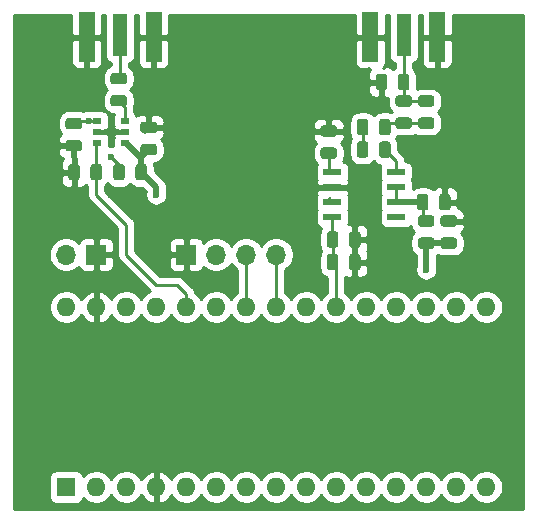
<source format=gtl>
G04 #@! TF.GenerationSoftware,KiCad,Pcbnew,5.1.9+dfsg1-1+deb11u1*
G04 #@! TF.CreationDate,2023-03-16T17:17:06+02:00*
G04 #@! TF.ProjectId,power_meter,706f7765-725f-46d6-9574-65722e6b6963,rev?*
G04 #@! TF.SameCoordinates,Original*
G04 #@! TF.FileFunction,Copper,L1,Top*
G04 #@! TF.FilePolarity,Positive*
%FSLAX46Y46*%
G04 Gerber Fmt 4.6, Leading zero omitted, Abs format (unit mm)*
G04 Created by KiCad (PCBNEW 5.1.9+dfsg1-1+deb11u1) date 2023-03-16 17:17:06*
%MOMM*%
%LPD*%
G01*
G04 APERTURE LIST*
G04 #@! TA.AperFunction,ComponentPad*
%ADD10R,1.600000X1.600000*%
G04 #@! TD*
G04 #@! TA.AperFunction,ComponentPad*
%ADD11O,1.600000X1.600000*%
G04 #@! TD*
G04 #@! TA.AperFunction,SMDPad,CuDef*
%ADD12R,1.550000X0.600000*%
G04 #@! TD*
G04 #@! TA.AperFunction,ComponentPad*
%ADD13R,1.700000X1.700000*%
G04 #@! TD*
G04 #@! TA.AperFunction,ComponentPad*
%ADD14O,1.700000X1.700000*%
G04 #@! TD*
G04 #@! TA.AperFunction,SMDPad,CuDef*
%ADD15R,1.270000X3.600000*%
G04 #@! TD*
G04 #@! TA.AperFunction,SMDPad,CuDef*
%ADD16R,1.350000X4.200000*%
G04 #@! TD*
G04 #@! TA.AperFunction,SMDPad,CuDef*
%ADD17R,0.700000X0.510000*%
G04 #@! TD*
G04 #@! TA.AperFunction,ViaPad*
%ADD18C,0.600000*%
G04 #@! TD*
G04 #@! TA.AperFunction,Conductor*
%ADD19C,0.250000*%
G04 #@! TD*
G04 #@! TA.AperFunction,Conductor*
%ADD20C,0.500000*%
G04 #@! TD*
G04 #@! TA.AperFunction,Conductor*
%ADD21C,0.254000*%
G04 #@! TD*
G04 #@! TA.AperFunction,Conductor*
%ADD22C,0.100000*%
G04 #@! TD*
G04 APERTURE END LIST*
D10*
X99060000Y-116840000D03*
D11*
X132080000Y-101600000D03*
X101600000Y-116840000D03*
X129540000Y-101600000D03*
X104140000Y-116840000D03*
X127000000Y-101600000D03*
X106680000Y-116840000D03*
X124460000Y-101600000D03*
X109220000Y-116840000D03*
X121920000Y-101600000D03*
X111760000Y-116840000D03*
X119380000Y-101600000D03*
X114300000Y-116840000D03*
X116840000Y-101600000D03*
X116840000Y-116840000D03*
X114300000Y-101600000D03*
X119380000Y-116840000D03*
X111760000Y-101600000D03*
X121920000Y-116840000D03*
X109220000Y-101600000D03*
X124460000Y-116840000D03*
X106680000Y-101600000D03*
X127000000Y-116840000D03*
X104140000Y-101600000D03*
X129540000Y-116840000D03*
X101600000Y-101600000D03*
X132080000Y-116840000D03*
X99060000Y-101600000D03*
X134620000Y-116840000D03*
X134620000Y-101600000D03*
G04 #@! TA.AperFunction,SMDPad,CuDef*
G36*
G01*
X103048750Y-83635000D02*
X103961250Y-83635000D01*
G75*
G02*
X104205000Y-83878750I0J-243750D01*
G01*
X104205000Y-84366250D01*
G75*
G02*
X103961250Y-84610000I-243750J0D01*
G01*
X103048750Y-84610000D01*
G75*
G02*
X102805000Y-84366250I0J243750D01*
G01*
X102805000Y-83878750D01*
G75*
G02*
X103048750Y-83635000I243750J0D01*
G01*
G37*
G04 #@! TD.AperFunction*
G04 #@! TA.AperFunction,SMDPad,CuDef*
G36*
G01*
X103048750Y-81760000D02*
X103961250Y-81760000D01*
G75*
G02*
X104205000Y-82003750I0J-243750D01*
G01*
X104205000Y-82491250D01*
G75*
G02*
X103961250Y-82735000I-243750J0D01*
G01*
X103048750Y-82735000D01*
G75*
G02*
X102805000Y-82491250I0J243750D01*
G01*
X102805000Y-82003750D01*
G75*
G02*
X103048750Y-81760000I243750J0D01*
G01*
G37*
G04 #@! TD.AperFunction*
G04 #@! TA.AperFunction,SMDPad,CuDef*
G36*
G01*
X128091250Y-84640000D02*
X127178750Y-84640000D01*
G75*
G02*
X126935000Y-84396250I0J243750D01*
G01*
X126935000Y-83908750D01*
G75*
G02*
X127178750Y-83665000I243750J0D01*
G01*
X128091250Y-83665000D01*
G75*
G02*
X128335000Y-83908750I0J-243750D01*
G01*
X128335000Y-84396250D01*
G75*
G02*
X128091250Y-84640000I-243750J0D01*
G01*
G37*
G04 #@! TD.AperFunction*
G04 #@! TA.AperFunction,SMDPad,CuDef*
G36*
G01*
X128091250Y-86515000D02*
X127178750Y-86515000D01*
G75*
G02*
X126935000Y-86271250I0J243750D01*
G01*
X126935000Y-85783750D01*
G75*
G02*
X127178750Y-85540000I243750J0D01*
G01*
X128091250Y-85540000D01*
G75*
G02*
X128335000Y-85783750I0J-243750D01*
G01*
X128335000Y-86271250D01*
G75*
G02*
X128091250Y-86515000I-243750J0D01*
G01*
G37*
G04 #@! TD.AperFunction*
G04 #@! TA.AperFunction,SMDPad,CuDef*
G36*
G01*
X105588750Y-87777500D02*
X106501250Y-87777500D01*
G75*
G02*
X106745000Y-88021250I0J-243750D01*
G01*
X106745000Y-88508750D01*
G75*
G02*
X106501250Y-88752500I-243750J0D01*
G01*
X105588750Y-88752500D01*
G75*
G02*
X105345000Y-88508750I0J243750D01*
G01*
X105345000Y-88021250D01*
G75*
G02*
X105588750Y-87777500I243750J0D01*
G01*
G37*
G04 #@! TD.AperFunction*
G04 #@! TA.AperFunction,SMDPad,CuDef*
G36*
G01*
X105588750Y-85902500D02*
X106501250Y-85902500D01*
G75*
G02*
X106745000Y-86146250I0J-243750D01*
G01*
X106745000Y-86633750D01*
G75*
G02*
X106501250Y-86877500I-243750J0D01*
G01*
X105588750Y-86877500D01*
G75*
G02*
X105345000Y-86633750I0J243750D01*
G01*
X105345000Y-86146250D01*
G75*
G02*
X105588750Y-85902500I243750J0D01*
G01*
G37*
G04 #@! TD.AperFunction*
G04 #@! TA.AperFunction,SMDPad,CuDef*
G36*
G01*
X126520000Y-87808750D02*
X126520000Y-88721250D01*
G75*
G02*
X126276250Y-88965000I-243750J0D01*
G01*
X125788750Y-88965000D01*
G75*
G02*
X125545000Y-88721250I0J243750D01*
G01*
X125545000Y-87808750D01*
G75*
G02*
X125788750Y-87565000I243750J0D01*
G01*
X126276250Y-87565000D01*
G75*
G02*
X126520000Y-87808750I0J-243750D01*
G01*
G37*
G04 #@! TD.AperFunction*
G04 #@! TA.AperFunction,SMDPad,CuDef*
G36*
G01*
X124645000Y-87808750D02*
X124645000Y-88721250D01*
G75*
G02*
X124401250Y-88965000I-243750J0D01*
G01*
X123913750Y-88965000D01*
G75*
G02*
X123670000Y-88721250I0J243750D01*
G01*
X123670000Y-87808750D01*
G75*
G02*
X123913750Y-87565000I243750J0D01*
G01*
X124401250Y-87565000D01*
G75*
G02*
X124645000Y-87808750I0J-243750D01*
G01*
G37*
G04 #@! TD.AperFunction*
G04 #@! TA.AperFunction,SMDPad,CuDef*
G36*
G01*
X130988750Y-93825000D02*
X131901250Y-93825000D01*
G75*
G02*
X132145000Y-94068750I0J-243750D01*
G01*
X132145000Y-94556250D01*
G75*
G02*
X131901250Y-94800000I-243750J0D01*
G01*
X130988750Y-94800000D01*
G75*
G02*
X130745000Y-94556250I0J243750D01*
G01*
X130745000Y-94068750D01*
G75*
G02*
X130988750Y-93825000I243750J0D01*
G01*
G37*
G04 #@! TD.AperFunction*
G04 #@! TA.AperFunction,SMDPad,CuDef*
G36*
G01*
X130988750Y-95700000D02*
X131901250Y-95700000D01*
G75*
G02*
X132145000Y-95943750I0J-243750D01*
G01*
X132145000Y-96431250D01*
G75*
G02*
X131901250Y-96675000I-243750J0D01*
G01*
X130988750Y-96675000D01*
G75*
G02*
X130745000Y-96431250I0J243750D01*
G01*
X130745000Y-95943750D01*
G75*
G02*
X130988750Y-95700000I243750J0D01*
G01*
G37*
G04 #@! TD.AperFunction*
G04 #@! TA.AperFunction,SMDPad,CuDef*
G36*
G01*
X130625000Y-93166250D02*
X130625000Y-92253750D01*
G75*
G02*
X130868750Y-92010000I243750J0D01*
G01*
X131356250Y-92010000D01*
G75*
G02*
X131600000Y-92253750I0J-243750D01*
G01*
X131600000Y-93166250D01*
G75*
G02*
X131356250Y-93410000I-243750J0D01*
G01*
X130868750Y-93410000D01*
G75*
G02*
X130625000Y-93166250I0J243750D01*
G01*
G37*
G04 #@! TD.AperFunction*
G04 #@! TA.AperFunction,SMDPad,CuDef*
G36*
G01*
X128750000Y-93166250D02*
X128750000Y-92253750D01*
G75*
G02*
X128993750Y-92010000I243750J0D01*
G01*
X129481250Y-92010000D01*
G75*
G02*
X129725000Y-92253750I0J-243750D01*
G01*
X129725000Y-93166250D01*
G75*
G02*
X129481250Y-93410000I-243750J0D01*
G01*
X128993750Y-93410000D01*
G75*
G02*
X128750000Y-93166250I0J243750D01*
G01*
G37*
G04 #@! TD.AperFunction*
G04 #@! TA.AperFunction,SMDPad,CuDef*
G36*
G01*
X99238750Y-85570000D02*
X100151250Y-85570000D01*
G75*
G02*
X100395000Y-85813750I0J-243750D01*
G01*
X100395000Y-86301250D01*
G75*
G02*
X100151250Y-86545000I-243750J0D01*
G01*
X99238750Y-86545000D01*
G75*
G02*
X98995000Y-86301250I0J243750D01*
G01*
X98995000Y-85813750D01*
G75*
G02*
X99238750Y-85570000I243750J0D01*
G01*
G37*
G04 #@! TD.AperFunction*
G04 #@! TA.AperFunction,SMDPad,CuDef*
G36*
G01*
X99238750Y-87445000D02*
X100151250Y-87445000D01*
G75*
G02*
X100395000Y-87688750I0J-243750D01*
G01*
X100395000Y-88176250D01*
G75*
G02*
X100151250Y-88420000I-243750J0D01*
G01*
X99238750Y-88420000D01*
G75*
G02*
X98995000Y-88176250I0J243750D01*
G01*
X98995000Y-87688750D01*
G75*
G02*
X99238750Y-87445000I243750J0D01*
G01*
G37*
G04 #@! TD.AperFunction*
G04 #@! TA.AperFunction,SMDPad,CuDef*
G36*
G01*
X102087500Y-89713750D02*
X102087500Y-90626250D01*
G75*
G02*
X101843750Y-90870000I-243750J0D01*
G01*
X101356250Y-90870000D01*
G75*
G02*
X101112500Y-90626250I0J243750D01*
G01*
X101112500Y-89713750D01*
G75*
G02*
X101356250Y-89470000I243750J0D01*
G01*
X101843750Y-89470000D01*
G75*
G02*
X102087500Y-89713750I0J-243750D01*
G01*
G37*
G04 #@! TD.AperFunction*
G04 #@! TA.AperFunction,SMDPad,CuDef*
G36*
G01*
X100212500Y-89713750D02*
X100212500Y-90626250D01*
G75*
G02*
X99968750Y-90870000I-243750J0D01*
G01*
X99481250Y-90870000D01*
G75*
G02*
X99237500Y-90626250I0J243750D01*
G01*
X99237500Y-89713750D01*
G75*
G02*
X99481250Y-89470000I243750J0D01*
G01*
X99968750Y-89470000D01*
G75*
G02*
X100212500Y-89713750I0J-243750D01*
G01*
G37*
G04 #@! TD.AperFunction*
G04 #@! TA.AperFunction,SMDPad,CuDef*
G36*
G01*
X120828750Y-86205000D02*
X121741250Y-86205000D01*
G75*
G02*
X121985000Y-86448750I0J-243750D01*
G01*
X121985000Y-86936250D01*
G75*
G02*
X121741250Y-87180000I-243750J0D01*
G01*
X120828750Y-87180000D01*
G75*
G02*
X120585000Y-86936250I0J243750D01*
G01*
X120585000Y-86448750D01*
G75*
G02*
X120828750Y-86205000I243750J0D01*
G01*
G37*
G04 #@! TD.AperFunction*
G04 #@! TA.AperFunction,SMDPad,CuDef*
G36*
G01*
X120828750Y-88080000D02*
X121741250Y-88080000D01*
G75*
G02*
X121985000Y-88323750I0J-243750D01*
G01*
X121985000Y-88811250D01*
G75*
G02*
X121741250Y-89055000I-243750J0D01*
G01*
X120828750Y-89055000D01*
G75*
G02*
X120585000Y-88811250I0J243750D01*
G01*
X120585000Y-88323750D01*
G75*
G02*
X120828750Y-88080000I243750J0D01*
G01*
G37*
G04 #@! TD.AperFunction*
G04 #@! TA.AperFunction,SMDPad,CuDef*
G36*
G01*
X123005000Y-98246250D02*
X123005000Y-97333750D01*
G75*
G02*
X123248750Y-97090000I243750J0D01*
G01*
X123736250Y-97090000D01*
G75*
G02*
X123980000Y-97333750I0J-243750D01*
G01*
X123980000Y-98246250D01*
G75*
G02*
X123736250Y-98490000I-243750J0D01*
G01*
X123248750Y-98490000D01*
G75*
G02*
X123005000Y-98246250I0J243750D01*
G01*
G37*
G04 #@! TD.AperFunction*
G04 #@! TA.AperFunction,SMDPad,CuDef*
G36*
G01*
X121130000Y-98246250D02*
X121130000Y-97333750D01*
G75*
G02*
X121373750Y-97090000I243750J0D01*
G01*
X121861250Y-97090000D01*
G75*
G02*
X122105000Y-97333750I0J-243750D01*
G01*
X122105000Y-98246250D01*
G75*
G02*
X121861250Y-98490000I-243750J0D01*
G01*
X121373750Y-98490000D01*
G75*
G02*
X121130000Y-98246250I0J243750D01*
G01*
G37*
G04 #@! TD.AperFunction*
G04 #@! TA.AperFunction,SMDPad,CuDef*
G36*
G01*
X123670000Y-86816250D02*
X123670000Y-85903750D01*
G75*
G02*
X123913750Y-85660000I243750J0D01*
G01*
X124401250Y-85660000D01*
G75*
G02*
X124645000Y-85903750I0J-243750D01*
G01*
X124645000Y-86816250D01*
G75*
G02*
X124401250Y-87060000I-243750J0D01*
G01*
X123913750Y-87060000D01*
G75*
G02*
X123670000Y-86816250I0J243750D01*
G01*
G37*
G04 #@! TD.AperFunction*
G04 #@! TA.AperFunction,SMDPad,CuDef*
G36*
G01*
X125545000Y-86816250D02*
X125545000Y-85903750D01*
G75*
G02*
X125788750Y-85660000I243750J0D01*
G01*
X126276250Y-85660000D01*
G75*
G02*
X126520000Y-85903750I0J-243750D01*
G01*
X126520000Y-86816250D01*
G75*
G02*
X126276250Y-87060000I-243750J0D01*
G01*
X125788750Y-87060000D01*
G75*
G02*
X125545000Y-86816250I0J243750D01*
G01*
G37*
G04 #@! TD.AperFunction*
G04 #@! TA.AperFunction,SMDPad,CuDef*
G36*
G01*
X128122500Y-82093750D02*
X128122500Y-83006250D01*
G75*
G02*
X127878750Y-83250000I-243750J0D01*
G01*
X127391250Y-83250000D01*
G75*
G02*
X127147500Y-83006250I0J243750D01*
G01*
X127147500Y-82093750D01*
G75*
G02*
X127391250Y-81850000I243750J0D01*
G01*
X127878750Y-81850000D01*
G75*
G02*
X128122500Y-82093750I0J-243750D01*
G01*
G37*
G04 #@! TD.AperFunction*
G04 #@! TA.AperFunction,SMDPad,CuDef*
G36*
G01*
X126247500Y-82093750D02*
X126247500Y-83006250D01*
G75*
G02*
X126003750Y-83250000I-243750J0D01*
G01*
X125516250Y-83250000D01*
G75*
G02*
X125272500Y-83006250I0J243750D01*
G01*
X125272500Y-82093750D01*
G75*
G02*
X125516250Y-81850000I243750J0D01*
G01*
X126003750Y-81850000D01*
G75*
G02*
X126247500Y-82093750I0J-243750D01*
G01*
G37*
G04 #@! TD.AperFunction*
G04 #@! TA.AperFunction,SMDPad,CuDef*
G36*
G01*
X129996250Y-86515000D02*
X129083750Y-86515000D01*
G75*
G02*
X128840000Y-86271250I0J243750D01*
G01*
X128840000Y-85783750D01*
G75*
G02*
X129083750Y-85540000I243750J0D01*
G01*
X129996250Y-85540000D01*
G75*
G02*
X130240000Y-85783750I0J-243750D01*
G01*
X130240000Y-86271250D01*
G75*
G02*
X129996250Y-86515000I-243750J0D01*
G01*
G37*
G04 #@! TD.AperFunction*
G04 #@! TA.AperFunction,SMDPad,CuDef*
G36*
G01*
X129996250Y-84640000D02*
X129083750Y-84640000D01*
G75*
G02*
X128840000Y-84396250I0J243750D01*
G01*
X128840000Y-83908750D01*
G75*
G02*
X129083750Y-83665000I243750J0D01*
G01*
X129996250Y-83665000D01*
G75*
G02*
X130240000Y-83908750I0J-243750D01*
G01*
X130240000Y-84396250D01*
G75*
G02*
X129996250Y-84640000I-243750J0D01*
G01*
G37*
G04 #@! TD.AperFunction*
G04 #@! TA.AperFunction,SMDPad,CuDef*
G36*
G01*
X129996250Y-94800000D02*
X129083750Y-94800000D01*
G75*
G02*
X128840000Y-94556250I0J243750D01*
G01*
X128840000Y-94068750D01*
G75*
G02*
X129083750Y-93825000I243750J0D01*
G01*
X129996250Y-93825000D01*
G75*
G02*
X130240000Y-94068750I0J-243750D01*
G01*
X130240000Y-94556250D01*
G75*
G02*
X129996250Y-94800000I-243750J0D01*
G01*
G37*
G04 #@! TD.AperFunction*
G04 #@! TA.AperFunction,SMDPad,CuDef*
G36*
G01*
X129996250Y-96675000D02*
X129083750Y-96675000D01*
G75*
G02*
X128840000Y-96431250I0J243750D01*
G01*
X128840000Y-95943750D01*
G75*
G02*
X129083750Y-95700000I243750J0D01*
G01*
X129996250Y-95700000D01*
G75*
G02*
X130240000Y-95943750I0J-243750D01*
G01*
X130240000Y-96431250D01*
G75*
G02*
X129996250Y-96675000I-243750J0D01*
G01*
G37*
G04 #@! TD.AperFunction*
G04 #@! TA.AperFunction,SMDPad,CuDef*
G36*
G01*
X104922500Y-90626250D02*
X104922500Y-89713750D01*
G75*
G02*
X105166250Y-89470000I243750J0D01*
G01*
X105653750Y-89470000D01*
G75*
G02*
X105897500Y-89713750I0J-243750D01*
G01*
X105897500Y-90626250D01*
G75*
G02*
X105653750Y-90870000I-243750J0D01*
G01*
X105166250Y-90870000D01*
G75*
G02*
X104922500Y-90626250I0J243750D01*
G01*
G37*
G04 #@! TD.AperFunction*
G04 #@! TA.AperFunction,SMDPad,CuDef*
G36*
G01*
X103047500Y-90626250D02*
X103047500Y-89713750D01*
G75*
G02*
X103291250Y-89470000I243750J0D01*
G01*
X103778750Y-89470000D01*
G75*
G02*
X104022500Y-89713750I0J-243750D01*
G01*
X104022500Y-90626250D01*
G75*
G02*
X103778750Y-90870000I-243750J0D01*
G01*
X103291250Y-90870000D01*
G75*
G02*
X103047500Y-90626250I0J243750D01*
G01*
G37*
G04 #@! TD.AperFunction*
D12*
X121600000Y-90170000D03*
X121600000Y-91440000D03*
X121600000Y-92710000D03*
X121600000Y-93980000D03*
X127000000Y-93980000D03*
X127000000Y-92710000D03*
X127000000Y-91440000D03*
X127000000Y-90170000D03*
D13*
X101600000Y-97155000D03*
D14*
X99060000Y-97155000D03*
D13*
X109220000Y-97155000D03*
D14*
X111760000Y-97155000D03*
X114300000Y-97155000D03*
X116840000Y-97155000D03*
D15*
X127635000Y-78540000D03*
D16*
X124810000Y-78740000D03*
X130460000Y-78740000D03*
X106457000Y-78740000D03*
X100807000Y-78740000D03*
D15*
X103632000Y-78540000D03*
D17*
X101695000Y-85810000D03*
X101695000Y-86760000D03*
X101695000Y-87710000D03*
X104015000Y-87710000D03*
X104015000Y-86760000D03*
X104015000Y-85810000D03*
G04 #@! TA.AperFunction,SMDPad,CuDef*
G36*
G01*
X121130000Y-96341250D02*
X121130000Y-95428750D01*
G75*
G02*
X121373750Y-95185000I243750J0D01*
G01*
X121861250Y-95185000D01*
G75*
G02*
X122105000Y-95428750I0J-243750D01*
G01*
X122105000Y-96341250D01*
G75*
G02*
X121861250Y-96585000I-243750J0D01*
G01*
X121373750Y-96585000D01*
G75*
G02*
X121130000Y-96341250I0J243750D01*
G01*
G37*
G04 #@! TD.AperFunction*
G04 #@! TA.AperFunction,SMDPad,CuDef*
G36*
G01*
X123005000Y-96341250D02*
X123005000Y-95428750D01*
G75*
G02*
X123248750Y-95185000I243750J0D01*
G01*
X123736250Y-95185000D01*
G75*
G02*
X123980000Y-95428750I0J-243750D01*
G01*
X123980000Y-96341250D01*
G75*
G02*
X123736250Y-96585000I-243750J0D01*
G01*
X123248750Y-96585000D01*
G75*
G02*
X123005000Y-96341250I0J243750D01*
G01*
G37*
G04 #@! TD.AperFunction*
D18*
X101600000Y-81915000D03*
X105410000Y-81915000D03*
X106680000Y-81915000D03*
X100330000Y-81915000D03*
X99060000Y-81915000D03*
X107950000Y-81915000D03*
X107950000Y-85725000D03*
X107950000Y-86995000D03*
X107950000Y-89535000D03*
X97790000Y-81915000D03*
X97790000Y-85725000D03*
X97790000Y-86995000D03*
X97790000Y-88265000D03*
X97790000Y-89535000D03*
X97790000Y-90805000D03*
X107950000Y-90805000D03*
X97790000Y-92075000D03*
X99060000Y-92075000D03*
X100330000Y-92075000D03*
X102870000Y-92075000D03*
X104140000Y-92075000D03*
X105410000Y-92075000D03*
X107950000Y-88265000D03*
X133350000Y-86995000D03*
X133350000Y-88265000D03*
X133350000Y-89535000D03*
X133350000Y-90805000D03*
X119380000Y-84455000D03*
X119380000Y-86995000D03*
X119380000Y-88265000D03*
X119380000Y-89535000D03*
X119380000Y-90805000D03*
X119380000Y-92075000D03*
X119380000Y-93345000D03*
X119380000Y-94615000D03*
X133350000Y-85725000D03*
X133350000Y-84455000D03*
X119380000Y-85725000D03*
X133350000Y-92075000D03*
X133350000Y-93345000D03*
X133350000Y-94615000D03*
X133350000Y-95885000D03*
X133350000Y-97155000D03*
X132080000Y-98425000D03*
X128270000Y-98425000D03*
X127000000Y-98425000D03*
X125730000Y-98425000D03*
X119380000Y-95885000D03*
X119380000Y-97155000D03*
X119380000Y-83185000D03*
X119380000Y-81915000D03*
X120650000Y-81915000D03*
X121920000Y-81915000D03*
X123190000Y-81915000D03*
X133350000Y-83185000D03*
X133350000Y-81915000D03*
X132080000Y-81915000D03*
X130810000Y-81915000D03*
X129540000Y-81915000D03*
X124460000Y-81915000D03*
X107950000Y-92075000D03*
X102870000Y-86995000D03*
X119380000Y-98425000D03*
X133350000Y-98425000D03*
X130810000Y-98425000D03*
X97790000Y-84455000D03*
X97790000Y-83185000D03*
X107950000Y-84455000D03*
X107950000Y-83185000D03*
X106680000Y-92075000D03*
X129540000Y-98425000D03*
X102870000Y-88900000D03*
X100965000Y-85810000D03*
D19*
X121600000Y-101280000D02*
X121920000Y-101600000D01*
X121617500Y-101297500D02*
X121920000Y-101600000D01*
X121920000Y-98092500D02*
X121617500Y-97790000D01*
X121920000Y-101600000D02*
X121920000Y-98092500D01*
X121617500Y-97790000D02*
X121617500Y-95885000D01*
X121600000Y-95867500D02*
X121617500Y-95885000D01*
X121600000Y-93980000D02*
X121600000Y-95867500D01*
X105675000Y-86760000D02*
X106045000Y-86390000D01*
X101600000Y-89370000D02*
X101600000Y-90170000D01*
X109220000Y-100468630D02*
X108446370Y-99695000D01*
X109220000Y-101600000D02*
X109220000Y-100468630D01*
X108446370Y-99695000D02*
X106680000Y-99695000D01*
X106680000Y-99695000D02*
X104140000Y-97155000D01*
X104140000Y-97155000D02*
X104140000Y-94615000D01*
X104140000Y-94615000D02*
X101600000Y-92075000D01*
X101600000Y-92075000D02*
X101600000Y-90170000D01*
X101600000Y-87805000D02*
X101695000Y-87710000D01*
X101600000Y-90170000D02*
X101600000Y-87805000D01*
D20*
X105410000Y-88900000D02*
X106045000Y-88265000D01*
X105410000Y-90170000D02*
X105410000Y-88900000D01*
X129540000Y-96187500D02*
X131445000Y-96187500D01*
X106680000Y-91440000D02*
X105410000Y-90170000D01*
X106680000Y-92075000D02*
X106680000Y-91440000D01*
D19*
X104110000Y-87710000D02*
X104015000Y-87710000D01*
D20*
X105300000Y-88900000D02*
X104110000Y-87710000D01*
D19*
X105410000Y-88900000D02*
X105300000Y-88900000D01*
D20*
X129540000Y-98425000D02*
X129540000Y-96187500D01*
D19*
X104015000Y-84632500D02*
X103505000Y-84122500D01*
X104015000Y-85810000D02*
X104015000Y-84632500D01*
X103570000Y-82485000D02*
X103505000Y-82550000D01*
X103505000Y-78667000D02*
X103632000Y-78540000D01*
X103632000Y-82120500D02*
X103505000Y-82247500D01*
X103632000Y-78540000D02*
X103632000Y-82120500D01*
X127635000Y-78540000D02*
X127635000Y-82550000D01*
X127635000Y-82550000D02*
X127635000Y-84455000D01*
X127635000Y-84152500D02*
X129540000Y-84152500D01*
X129540000Y-86027500D02*
X127635000Y-86027500D01*
X126365000Y-86027500D02*
X126032500Y-86360000D01*
X127635000Y-86027500D02*
X126365000Y-86027500D01*
X126032500Y-88265000D02*
X127000000Y-89232500D01*
X127000000Y-89232500D02*
X127000000Y-90170000D01*
X124157500Y-86360000D02*
X124157500Y-88265000D01*
X127000000Y-92710000D02*
X127000000Y-91440000D01*
D20*
X129237500Y-92710000D02*
X127000000Y-92710000D01*
D19*
X129237500Y-94010000D02*
X129540000Y-94312500D01*
X129237500Y-92710000D02*
X129237500Y-94010000D01*
X99897500Y-86260000D02*
X99695000Y-86057500D01*
X103535000Y-90170000D02*
X103535000Y-89565000D01*
X103535000Y-89565000D02*
X102870000Y-88900000D01*
X101695000Y-85810000D02*
X101415000Y-85810000D01*
X99695000Y-86057500D02*
X99997500Y-86057500D01*
X99997500Y-86057500D02*
X100245000Y-85810000D01*
X100245000Y-85810000D02*
X100965000Y-85810000D01*
X100965000Y-85810000D02*
X101695000Y-85810000D01*
X121285000Y-89855000D02*
X121600000Y-90170000D01*
X121285000Y-88567500D02*
X121285000Y-89855000D01*
X121285000Y-92395000D02*
X121600000Y-92710000D01*
X116840000Y-101600000D02*
X116840000Y-97155000D01*
X114300000Y-101600000D02*
X114300000Y-97155000D01*
D21*
X99497000Y-78454250D02*
X99655750Y-78613000D01*
X100680000Y-78613000D01*
X100680000Y-78593000D01*
X100934000Y-78593000D01*
X100934000Y-78613000D01*
X101958250Y-78613000D01*
X102117000Y-78454250D01*
X102119657Y-76885000D01*
X102358928Y-76885000D01*
X102358928Y-80340000D01*
X102371188Y-80464482D01*
X102407498Y-80584180D01*
X102466463Y-80694494D01*
X102545815Y-80791185D01*
X102642506Y-80870537D01*
X102752820Y-80929502D01*
X102872001Y-80965655D01*
X102872001Y-81140302D01*
X102711291Y-81189053D01*
X102558836Y-81270542D01*
X102425208Y-81380208D01*
X102315542Y-81513836D01*
X102234053Y-81666291D01*
X102183872Y-81831715D01*
X102166928Y-82003750D01*
X102166928Y-82491250D01*
X102183872Y-82663285D01*
X102234053Y-82828709D01*
X102315542Y-82981164D01*
X102425208Y-83114792D01*
X102510756Y-83185000D01*
X102425208Y-83255208D01*
X102315542Y-83388836D01*
X102234053Y-83541291D01*
X102183872Y-83706715D01*
X102166928Y-83878750D01*
X102166928Y-84366250D01*
X102183872Y-84538285D01*
X102234053Y-84703709D01*
X102315542Y-84856164D01*
X102425208Y-84989792D01*
X102558836Y-85099458D01*
X102711291Y-85180947D01*
X102876715Y-85231128D01*
X103048750Y-85248072D01*
X103109038Y-85248072D01*
X103075498Y-85310820D01*
X103039188Y-85430518D01*
X103026928Y-85555000D01*
X103026928Y-86065000D01*
X103039188Y-86189482D01*
X103068512Y-86286150D01*
X103042221Y-86366140D01*
X103030000Y-86474250D01*
X103188750Y-86633000D01*
X103380593Y-86633000D01*
X103420820Y-86654502D01*
X103540518Y-86690812D01*
X103665000Y-86703072D01*
X104162000Y-86703072D01*
X104162000Y-86816928D01*
X103665000Y-86816928D01*
X103540518Y-86829188D01*
X103420820Y-86865498D01*
X103380593Y-86887000D01*
X103188750Y-86887000D01*
X103030000Y-87045750D01*
X103042221Y-87153860D01*
X103068512Y-87233850D01*
X103039188Y-87330518D01*
X103026928Y-87455000D01*
X103026928Y-87965000D01*
X103028224Y-87978155D01*
X102962089Y-87965000D01*
X102777911Y-87965000D01*
X102681177Y-87984242D01*
X102683072Y-87965000D01*
X102683072Y-87455000D01*
X102670812Y-87330518D01*
X102641488Y-87233850D01*
X102667779Y-87153860D01*
X102680000Y-87045750D01*
X102521250Y-86887000D01*
X102329407Y-86887000D01*
X102289180Y-86865498D01*
X102169482Y-86829188D01*
X102045000Y-86816928D01*
X101548000Y-86816928D01*
X101548000Y-86703072D01*
X102045000Y-86703072D01*
X102169482Y-86690812D01*
X102289180Y-86654502D01*
X102329407Y-86633000D01*
X102521250Y-86633000D01*
X102680000Y-86474250D01*
X102667779Y-86366140D01*
X102641488Y-86286150D01*
X102670812Y-86189482D01*
X102683072Y-86065000D01*
X102683072Y-85555000D01*
X102670812Y-85430518D01*
X102634502Y-85310820D01*
X102575537Y-85200506D01*
X102496185Y-85103815D01*
X102399494Y-85024463D01*
X102289180Y-84965498D01*
X102169482Y-84929188D01*
X102045000Y-84916928D01*
X101345000Y-84916928D01*
X101270030Y-84924312D01*
X101237729Y-84910932D01*
X101057089Y-84875000D01*
X100872911Y-84875000D01*
X100692271Y-84910932D01*
X100522111Y-84981414D01*
X100492600Y-85001133D01*
X100488709Y-84999053D01*
X100323285Y-84948872D01*
X100151250Y-84931928D01*
X99238750Y-84931928D01*
X99066715Y-84948872D01*
X98901291Y-84999053D01*
X98748836Y-85080542D01*
X98615208Y-85190208D01*
X98505542Y-85323836D01*
X98424053Y-85476291D01*
X98373872Y-85641715D01*
X98356928Y-85813750D01*
X98356928Y-86301250D01*
X98373872Y-86473285D01*
X98424053Y-86638709D01*
X98505542Y-86791164D01*
X98615208Y-86924792D01*
X98621564Y-86930008D01*
X98543815Y-86993815D01*
X98464463Y-87090506D01*
X98405498Y-87200820D01*
X98369188Y-87320518D01*
X98356928Y-87445000D01*
X98360000Y-87646750D01*
X98518750Y-87805500D01*
X99568000Y-87805500D01*
X99568000Y-87785500D01*
X99822000Y-87785500D01*
X99822000Y-87805500D01*
X99842000Y-87805500D01*
X99842000Y-88059500D01*
X99822000Y-88059500D01*
X99822000Y-88896250D01*
X99885750Y-88960000D01*
X99852000Y-88993750D01*
X99852000Y-90043000D01*
X99872000Y-90043000D01*
X99872000Y-90297000D01*
X99852000Y-90297000D01*
X99852000Y-91346250D01*
X100010750Y-91505000D01*
X100212500Y-91508072D01*
X100336982Y-91495812D01*
X100456680Y-91459502D01*
X100566994Y-91400537D01*
X100663685Y-91321185D01*
X100727492Y-91243436D01*
X100732708Y-91249792D01*
X100840000Y-91337845D01*
X100840000Y-92037677D01*
X100836324Y-92075000D01*
X100840000Y-92112322D01*
X100840000Y-92112332D01*
X100850997Y-92223985D01*
X100882938Y-92329281D01*
X100894454Y-92367246D01*
X100965026Y-92499276D01*
X100995584Y-92536510D01*
X101059999Y-92615001D01*
X101089003Y-92638804D01*
X103380001Y-94929804D01*
X103380000Y-97117677D01*
X103376324Y-97155000D01*
X103380000Y-97192322D01*
X103380000Y-97192332D01*
X103390997Y-97303985D01*
X103434454Y-97447246D01*
X103505026Y-97579276D01*
X103519091Y-97596414D01*
X103599999Y-97695001D01*
X103629003Y-97718804D01*
X106116205Y-100206008D01*
X106139999Y-100235001D01*
X106168700Y-100258555D01*
X106000273Y-100328320D01*
X105765241Y-100485363D01*
X105565363Y-100685241D01*
X105410000Y-100917759D01*
X105254637Y-100685241D01*
X105054759Y-100485363D01*
X104819727Y-100328320D01*
X104558574Y-100220147D01*
X104281335Y-100165000D01*
X103998665Y-100165000D01*
X103721426Y-100220147D01*
X103460273Y-100328320D01*
X103225241Y-100485363D01*
X103025363Y-100685241D01*
X102868320Y-100920273D01*
X102863933Y-100930865D01*
X102752385Y-100744869D01*
X102563414Y-100536481D01*
X102337420Y-100368963D01*
X102083087Y-100248754D01*
X101949039Y-100208096D01*
X101727000Y-100330085D01*
X101727000Y-101473000D01*
X101747000Y-101473000D01*
X101747000Y-101727000D01*
X101727000Y-101727000D01*
X101727000Y-102869915D01*
X101949039Y-102991904D01*
X102083087Y-102951246D01*
X102337420Y-102831037D01*
X102563414Y-102663519D01*
X102752385Y-102455131D01*
X102863933Y-102269135D01*
X102868320Y-102279727D01*
X103025363Y-102514759D01*
X103225241Y-102714637D01*
X103460273Y-102871680D01*
X103721426Y-102979853D01*
X103998665Y-103035000D01*
X104281335Y-103035000D01*
X104558574Y-102979853D01*
X104819727Y-102871680D01*
X105054759Y-102714637D01*
X105254637Y-102514759D01*
X105410000Y-102282241D01*
X105565363Y-102514759D01*
X105765241Y-102714637D01*
X106000273Y-102871680D01*
X106261426Y-102979853D01*
X106538665Y-103035000D01*
X106821335Y-103035000D01*
X107098574Y-102979853D01*
X107359727Y-102871680D01*
X107594759Y-102714637D01*
X107794637Y-102514759D01*
X107950000Y-102282241D01*
X108105363Y-102514759D01*
X108305241Y-102714637D01*
X108540273Y-102871680D01*
X108801426Y-102979853D01*
X109078665Y-103035000D01*
X109361335Y-103035000D01*
X109638574Y-102979853D01*
X109899727Y-102871680D01*
X110134759Y-102714637D01*
X110334637Y-102514759D01*
X110490000Y-102282241D01*
X110645363Y-102514759D01*
X110845241Y-102714637D01*
X111080273Y-102871680D01*
X111341426Y-102979853D01*
X111618665Y-103035000D01*
X111901335Y-103035000D01*
X112178574Y-102979853D01*
X112439727Y-102871680D01*
X112674759Y-102714637D01*
X112874637Y-102514759D01*
X113030000Y-102282241D01*
X113185363Y-102514759D01*
X113385241Y-102714637D01*
X113620273Y-102871680D01*
X113881426Y-102979853D01*
X114158665Y-103035000D01*
X114441335Y-103035000D01*
X114718574Y-102979853D01*
X114979727Y-102871680D01*
X115214759Y-102714637D01*
X115414637Y-102514759D01*
X115570000Y-102282241D01*
X115725363Y-102514759D01*
X115925241Y-102714637D01*
X116160273Y-102871680D01*
X116421426Y-102979853D01*
X116698665Y-103035000D01*
X116981335Y-103035000D01*
X117258574Y-102979853D01*
X117519727Y-102871680D01*
X117754759Y-102714637D01*
X117954637Y-102514759D01*
X118110000Y-102282241D01*
X118265363Y-102514759D01*
X118465241Y-102714637D01*
X118700273Y-102871680D01*
X118961426Y-102979853D01*
X119238665Y-103035000D01*
X119521335Y-103035000D01*
X119798574Y-102979853D01*
X120059727Y-102871680D01*
X120294759Y-102714637D01*
X120494637Y-102514759D01*
X120650000Y-102282241D01*
X120805363Y-102514759D01*
X121005241Y-102714637D01*
X121240273Y-102871680D01*
X121501426Y-102979853D01*
X121778665Y-103035000D01*
X122061335Y-103035000D01*
X122338574Y-102979853D01*
X122599727Y-102871680D01*
X122834759Y-102714637D01*
X123034637Y-102514759D01*
X123190000Y-102282241D01*
X123345363Y-102514759D01*
X123545241Y-102714637D01*
X123780273Y-102871680D01*
X124041426Y-102979853D01*
X124318665Y-103035000D01*
X124601335Y-103035000D01*
X124878574Y-102979853D01*
X125139727Y-102871680D01*
X125374759Y-102714637D01*
X125574637Y-102514759D01*
X125730000Y-102282241D01*
X125885363Y-102514759D01*
X126085241Y-102714637D01*
X126320273Y-102871680D01*
X126581426Y-102979853D01*
X126858665Y-103035000D01*
X127141335Y-103035000D01*
X127418574Y-102979853D01*
X127679727Y-102871680D01*
X127914759Y-102714637D01*
X128114637Y-102514759D01*
X128270000Y-102282241D01*
X128425363Y-102514759D01*
X128625241Y-102714637D01*
X128860273Y-102871680D01*
X129121426Y-102979853D01*
X129398665Y-103035000D01*
X129681335Y-103035000D01*
X129958574Y-102979853D01*
X130219727Y-102871680D01*
X130454759Y-102714637D01*
X130654637Y-102514759D01*
X130810000Y-102282241D01*
X130965363Y-102514759D01*
X131165241Y-102714637D01*
X131400273Y-102871680D01*
X131661426Y-102979853D01*
X131938665Y-103035000D01*
X132221335Y-103035000D01*
X132498574Y-102979853D01*
X132759727Y-102871680D01*
X132994759Y-102714637D01*
X133194637Y-102514759D01*
X133350000Y-102282241D01*
X133505363Y-102514759D01*
X133705241Y-102714637D01*
X133940273Y-102871680D01*
X134201426Y-102979853D01*
X134478665Y-103035000D01*
X134761335Y-103035000D01*
X135038574Y-102979853D01*
X135299727Y-102871680D01*
X135534759Y-102714637D01*
X135734637Y-102514759D01*
X135891680Y-102279727D01*
X135999853Y-102018574D01*
X136055000Y-101741335D01*
X136055000Y-101458665D01*
X135999853Y-101181426D01*
X135891680Y-100920273D01*
X135734637Y-100685241D01*
X135534759Y-100485363D01*
X135299727Y-100328320D01*
X135038574Y-100220147D01*
X134761335Y-100165000D01*
X134478665Y-100165000D01*
X134201426Y-100220147D01*
X133940273Y-100328320D01*
X133705241Y-100485363D01*
X133505363Y-100685241D01*
X133350000Y-100917759D01*
X133194637Y-100685241D01*
X132994759Y-100485363D01*
X132759727Y-100328320D01*
X132498574Y-100220147D01*
X132221335Y-100165000D01*
X131938665Y-100165000D01*
X131661426Y-100220147D01*
X131400273Y-100328320D01*
X131165241Y-100485363D01*
X130965363Y-100685241D01*
X130810000Y-100917759D01*
X130654637Y-100685241D01*
X130454759Y-100485363D01*
X130219727Y-100328320D01*
X129958574Y-100220147D01*
X129681335Y-100165000D01*
X129398665Y-100165000D01*
X129121426Y-100220147D01*
X128860273Y-100328320D01*
X128625241Y-100485363D01*
X128425363Y-100685241D01*
X128270000Y-100917759D01*
X128114637Y-100685241D01*
X127914759Y-100485363D01*
X127679727Y-100328320D01*
X127418574Y-100220147D01*
X127141335Y-100165000D01*
X126858665Y-100165000D01*
X126581426Y-100220147D01*
X126320273Y-100328320D01*
X126085241Y-100485363D01*
X125885363Y-100685241D01*
X125730000Y-100917759D01*
X125574637Y-100685241D01*
X125374759Y-100485363D01*
X125139727Y-100328320D01*
X124878574Y-100220147D01*
X124601335Y-100165000D01*
X124318665Y-100165000D01*
X124041426Y-100220147D01*
X123780273Y-100328320D01*
X123545241Y-100485363D01*
X123345363Y-100685241D01*
X123190000Y-100917759D01*
X123034637Y-100685241D01*
X122834759Y-100485363D01*
X122680000Y-100381957D01*
X122680000Y-99036302D01*
X122760820Y-99079502D01*
X122880518Y-99115812D01*
X123005000Y-99128072D01*
X123206750Y-99125000D01*
X123365500Y-98966250D01*
X123365500Y-97917000D01*
X123619500Y-97917000D01*
X123619500Y-98966250D01*
X123778250Y-99125000D01*
X123980000Y-99128072D01*
X124104482Y-99115812D01*
X124224180Y-99079502D01*
X124334494Y-99020537D01*
X124431185Y-98941185D01*
X124510537Y-98844494D01*
X124569502Y-98734180D01*
X124605812Y-98614482D01*
X124618072Y-98490000D01*
X124615000Y-98075750D01*
X124456250Y-97917000D01*
X123619500Y-97917000D01*
X123365500Y-97917000D01*
X123345500Y-97917000D01*
X123345500Y-97663000D01*
X123365500Y-97663000D01*
X123365500Y-96012000D01*
X123619500Y-96012000D01*
X123619500Y-97663000D01*
X124456250Y-97663000D01*
X124615000Y-97504250D01*
X124618072Y-97090000D01*
X124605812Y-96965518D01*
X124569502Y-96845820D01*
X124565055Y-96837500D01*
X124569502Y-96829180D01*
X124605812Y-96709482D01*
X124618072Y-96585000D01*
X124615000Y-96170750D01*
X124456250Y-96012000D01*
X123619500Y-96012000D01*
X123365500Y-96012000D01*
X123345500Y-96012000D01*
X123345500Y-95758000D01*
X123365500Y-95758000D01*
X123365500Y-94708750D01*
X123619500Y-94708750D01*
X123619500Y-95758000D01*
X124456250Y-95758000D01*
X124615000Y-95599250D01*
X124618072Y-95185000D01*
X124605812Y-95060518D01*
X124569502Y-94940820D01*
X124510537Y-94830506D01*
X124431185Y-94733815D01*
X124334494Y-94654463D01*
X124224180Y-94595498D01*
X124104482Y-94559188D01*
X123980000Y-94546928D01*
X123778250Y-94550000D01*
X123619500Y-94708750D01*
X123365500Y-94708750D01*
X123206750Y-94550000D01*
X123005000Y-94546928D01*
X122949417Y-94552402D01*
X122964502Y-94524180D01*
X123000812Y-94404482D01*
X123013072Y-94280000D01*
X123013072Y-93680000D01*
X123000812Y-93555518D01*
X122964502Y-93435820D01*
X122915957Y-93345000D01*
X122964502Y-93254180D01*
X123000812Y-93134482D01*
X123013072Y-93010000D01*
X123013072Y-92410000D01*
X123000812Y-92285518D01*
X122964502Y-92165820D01*
X122915957Y-92075000D01*
X122964502Y-91984180D01*
X123000812Y-91864482D01*
X123013072Y-91740000D01*
X123010000Y-91725750D01*
X122851250Y-91567000D01*
X121727000Y-91567000D01*
X121727000Y-91587000D01*
X121473000Y-91587000D01*
X121473000Y-91567000D01*
X120348750Y-91567000D01*
X120190000Y-91725750D01*
X120186928Y-91740000D01*
X120199188Y-91864482D01*
X120235498Y-91984180D01*
X120284043Y-92075000D01*
X120235498Y-92165820D01*
X120199188Y-92285518D01*
X120186928Y-92410000D01*
X120186928Y-93010000D01*
X120199188Y-93134482D01*
X120235498Y-93254180D01*
X120284043Y-93345000D01*
X120235498Y-93435820D01*
X120199188Y-93555518D01*
X120186928Y-93680000D01*
X120186928Y-94280000D01*
X120199188Y-94404482D01*
X120235498Y-94524180D01*
X120294463Y-94634494D01*
X120373815Y-94731185D01*
X120470506Y-94810537D01*
X120580820Y-94869502D01*
X120674197Y-94897828D01*
X120640542Y-94938836D01*
X120559053Y-95091291D01*
X120508872Y-95256715D01*
X120491928Y-95428750D01*
X120491928Y-96341250D01*
X120508872Y-96513285D01*
X120559053Y-96678709D01*
X120640542Y-96831164D01*
X120645742Y-96837500D01*
X120640542Y-96843836D01*
X120559053Y-96996291D01*
X120508872Y-97161715D01*
X120491928Y-97333750D01*
X120491928Y-98246250D01*
X120508872Y-98418285D01*
X120559053Y-98583709D01*
X120640542Y-98736164D01*
X120750208Y-98869792D01*
X120883836Y-98979458D01*
X121036291Y-99060947D01*
X121160001Y-99098474D01*
X121160000Y-100381956D01*
X121005241Y-100485363D01*
X120805363Y-100685241D01*
X120650000Y-100917759D01*
X120494637Y-100685241D01*
X120294759Y-100485363D01*
X120059727Y-100328320D01*
X119798574Y-100220147D01*
X119521335Y-100165000D01*
X119238665Y-100165000D01*
X118961426Y-100220147D01*
X118700273Y-100328320D01*
X118465241Y-100485363D01*
X118265363Y-100685241D01*
X118110000Y-100917759D01*
X117954637Y-100685241D01*
X117754759Y-100485363D01*
X117600000Y-100381957D01*
X117600000Y-98433178D01*
X117786632Y-98308475D01*
X117993475Y-98101632D01*
X118155990Y-97858411D01*
X118267932Y-97588158D01*
X118325000Y-97301260D01*
X118325000Y-97008740D01*
X118267932Y-96721842D01*
X118155990Y-96451589D01*
X117993475Y-96208368D01*
X117786632Y-96001525D01*
X117543411Y-95839010D01*
X117273158Y-95727068D01*
X116986260Y-95670000D01*
X116693740Y-95670000D01*
X116406842Y-95727068D01*
X116136589Y-95839010D01*
X115893368Y-96001525D01*
X115686525Y-96208368D01*
X115570000Y-96382760D01*
X115453475Y-96208368D01*
X115246632Y-96001525D01*
X115003411Y-95839010D01*
X114733158Y-95727068D01*
X114446260Y-95670000D01*
X114153740Y-95670000D01*
X113866842Y-95727068D01*
X113596589Y-95839010D01*
X113353368Y-96001525D01*
X113146525Y-96208368D01*
X113030000Y-96382760D01*
X112913475Y-96208368D01*
X112706632Y-96001525D01*
X112463411Y-95839010D01*
X112193158Y-95727068D01*
X111906260Y-95670000D01*
X111613740Y-95670000D01*
X111326842Y-95727068D01*
X111056589Y-95839010D01*
X110813368Y-96001525D01*
X110681513Y-96133380D01*
X110659502Y-96060820D01*
X110600537Y-95950506D01*
X110521185Y-95853815D01*
X110424494Y-95774463D01*
X110314180Y-95715498D01*
X110194482Y-95679188D01*
X110070000Y-95666928D01*
X109505750Y-95670000D01*
X109347000Y-95828750D01*
X109347000Y-97028000D01*
X109367000Y-97028000D01*
X109367000Y-97282000D01*
X109347000Y-97282000D01*
X109347000Y-98481250D01*
X109505750Y-98640000D01*
X110070000Y-98643072D01*
X110194482Y-98630812D01*
X110314180Y-98594502D01*
X110424494Y-98535537D01*
X110521185Y-98456185D01*
X110600537Y-98359494D01*
X110659502Y-98249180D01*
X110681513Y-98176620D01*
X110813368Y-98308475D01*
X111056589Y-98470990D01*
X111326842Y-98582932D01*
X111613740Y-98640000D01*
X111906260Y-98640000D01*
X112193158Y-98582932D01*
X112463411Y-98470990D01*
X112706632Y-98308475D01*
X112913475Y-98101632D01*
X113030000Y-97927240D01*
X113146525Y-98101632D01*
X113353368Y-98308475D01*
X113540001Y-98433179D01*
X113540000Y-100381956D01*
X113385241Y-100485363D01*
X113185363Y-100685241D01*
X113030000Y-100917759D01*
X112874637Y-100685241D01*
X112674759Y-100485363D01*
X112439727Y-100328320D01*
X112178574Y-100220147D01*
X111901335Y-100165000D01*
X111618665Y-100165000D01*
X111341426Y-100220147D01*
X111080273Y-100328320D01*
X110845241Y-100485363D01*
X110645363Y-100685241D01*
X110490000Y-100917759D01*
X110334637Y-100685241D01*
X110134759Y-100485363D01*
X109974798Y-100378481D01*
X109969003Y-100319644D01*
X109925546Y-100176383D01*
X109895021Y-100119275D01*
X109854974Y-100044353D01*
X109783799Y-99957627D01*
X109760001Y-99928629D01*
X109731002Y-99904831D01*
X109010173Y-99184002D01*
X108986371Y-99154999D01*
X108870646Y-99060026D01*
X108738617Y-98989454D01*
X108595356Y-98945997D01*
X108483703Y-98935000D01*
X108483692Y-98935000D01*
X108446370Y-98931324D01*
X108409048Y-98935000D01*
X106994803Y-98935000D01*
X106064803Y-98005000D01*
X107731928Y-98005000D01*
X107744188Y-98129482D01*
X107780498Y-98249180D01*
X107839463Y-98359494D01*
X107918815Y-98456185D01*
X108015506Y-98535537D01*
X108125820Y-98594502D01*
X108245518Y-98630812D01*
X108370000Y-98643072D01*
X108934250Y-98640000D01*
X109093000Y-98481250D01*
X109093000Y-97282000D01*
X107893750Y-97282000D01*
X107735000Y-97440750D01*
X107731928Y-98005000D01*
X106064803Y-98005000D01*
X104900000Y-96840199D01*
X104900000Y-96305000D01*
X107731928Y-96305000D01*
X107735000Y-96869250D01*
X107893750Y-97028000D01*
X109093000Y-97028000D01*
X109093000Y-95828750D01*
X108934250Y-95670000D01*
X108370000Y-95666928D01*
X108245518Y-95679188D01*
X108125820Y-95715498D01*
X108015506Y-95774463D01*
X107918815Y-95853815D01*
X107839463Y-95950506D01*
X107780498Y-96060820D01*
X107744188Y-96180518D01*
X107731928Y-96305000D01*
X104900000Y-96305000D01*
X104900000Y-94652322D01*
X104903676Y-94614999D01*
X104900000Y-94577676D01*
X104900000Y-94577667D01*
X104889003Y-94466014D01*
X104845546Y-94322753D01*
X104774974Y-94190724D01*
X104748927Y-94158986D01*
X104703799Y-94103996D01*
X104703795Y-94103992D01*
X104680001Y-94074999D01*
X104651008Y-94051205D01*
X102360000Y-91760199D01*
X102360000Y-91337845D01*
X102467292Y-91249792D01*
X102567500Y-91127689D01*
X102667708Y-91249792D01*
X102801336Y-91359458D01*
X102953791Y-91440947D01*
X103119215Y-91491128D01*
X103291250Y-91508072D01*
X103778750Y-91508072D01*
X103950785Y-91491128D01*
X104116209Y-91440947D01*
X104268664Y-91359458D01*
X104402292Y-91249792D01*
X104472500Y-91164244D01*
X104542708Y-91249792D01*
X104676336Y-91359458D01*
X104828791Y-91440947D01*
X104994215Y-91491128D01*
X105166250Y-91508072D01*
X105496493Y-91508072D01*
X105783791Y-91795369D01*
X105780932Y-91802271D01*
X105745000Y-91982911D01*
X105745000Y-92167089D01*
X105780932Y-92347729D01*
X105851414Y-92517889D01*
X105953738Y-92671028D01*
X106083972Y-92801262D01*
X106237111Y-92903586D01*
X106407271Y-92974068D01*
X106587911Y-93010000D01*
X106772089Y-93010000D01*
X106952729Y-92974068D01*
X107122889Y-92903586D01*
X107276028Y-92801262D01*
X107406262Y-92671028D01*
X107508586Y-92517889D01*
X107579068Y-92347729D01*
X107615000Y-92167089D01*
X107615000Y-91982911D01*
X107579068Y-91802271D01*
X107565000Y-91768308D01*
X107565000Y-91483465D01*
X107569281Y-91439999D01*
X107565000Y-91396533D01*
X107565000Y-91396523D01*
X107552195Y-91266510D01*
X107501589Y-91099687D01*
X107419411Y-90945941D01*
X107381707Y-90899999D01*
X107336532Y-90844953D01*
X107336530Y-90844951D01*
X107308817Y-90811183D01*
X107275049Y-90783470D01*
X106535572Y-90043994D01*
X106535572Y-89713750D01*
X106518628Y-89541715D01*
X106472779Y-89390572D01*
X106501250Y-89390572D01*
X106673285Y-89373628D01*
X106838709Y-89323447D01*
X106991164Y-89241958D01*
X107124792Y-89132292D01*
X107234458Y-88998664D01*
X107315947Y-88846209D01*
X107366128Y-88680785D01*
X107383072Y-88508750D01*
X107383072Y-88021250D01*
X107366128Y-87849215D01*
X107315947Y-87683791D01*
X107234458Y-87531336D01*
X107124792Y-87397708D01*
X107118436Y-87392492D01*
X107196185Y-87328685D01*
X107275537Y-87231994D01*
X107303328Y-87180000D01*
X119946928Y-87180000D01*
X119959188Y-87304482D01*
X119995498Y-87424180D01*
X120054463Y-87534494D01*
X120133815Y-87631185D01*
X120211564Y-87694992D01*
X120205208Y-87700208D01*
X120095542Y-87833836D01*
X120014053Y-87986291D01*
X119963872Y-88151715D01*
X119946928Y-88323750D01*
X119946928Y-88811250D01*
X119963872Y-88983285D01*
X120014053Y-89148709D01*
X120095542Y-89301164D01*
X120205208Y-89434792D01*
X120298123Y-89511046D01*
X120294463Y-89515506D01*
X120235498Y-89625820D01*
X120199188Y-89745518D01*
X120186928Y-89870000D01*
X120186928Y-90470000D01*
X120199188Y-90594482D01*
X120235498Y-90714180D01*
X120284043Y-90805000D01*
X120235498Y-90895820D01*
X120199188Y-91015518D01*
X120186928Y-91140000D01*
X120190000Y-91154250D01*
X120348750Y-91313000D01*
X121473000Y-91313000D01*
X121473000Y-91293000D01*
X121727000Y-91293000D01*
X121727000Y-91313000D01*
X122851250Y-91313000D01*
X123010000Y-91154250D01*
X123013072Y-91140000D01*
X123000812Y-91015518D01*
X122964502Y-90895820D01*
X122915957Y-90805000D01*
X122964502Y-90714180D01*
X123000812Y-90594482D01*
X123013072Y-90470000D01*
X123013072Y-89870000D01*
X123000812Y-89745518D01*
X122964502Y-89625820D01*
X122905537Y-89515506D01*
X122826185Y-89418815D01*
X122729494Y-89339463D01*
X122619180Y-89280498D01*
X122504155Y-89245605D01*
X122555947Y-89148709D01*
X122606128Y-88983285D01*
X122623072Y-88811250D01*
X122623072Y-88323750D01*
X122606128Y-88151715D01*
X122555947Y-87986291D01*
X122474458Y-87833836D01*
X122364792Y-87700208D01*
X122358436Y-87694992D01*
X122436185Y-87631185D01*
X122515537Y-87534494D01*
X122574502Y-87424180D01*
X122610812Y-87304482D01*
X122623072Y-87180000D01*
X122620000Y-86978250D01*
X122461250Y-86819500D01*
X121412000Y-86819500D01*
X121412000Y-86839500D01*
X121158000Y-86839500D01*
X121158000Y-86819500D01*
X120108750Y-86819500D01*
X119950000Y-86978250D01*
X119946928Y-87180000D01*
X107303328Y-87180000D01*
X107334502Y-87121680D01*
X107370812Y-87001982D01*
X107383072Y-86877500D01*
X107380000Y-86675750D01*
X107221250Y-86517000D01*
X106172000Y-86517000D01*
X106172000Y-86537000D01*
X105918000Y-86537000D01*
X105918000Y-86517000D01*
X105898000Y-86517000D01*
X105898000Y-86263000D01*
X105918000Y-86263000D01*
X105918000Y-85426250D01*
X106172000Y-85426250D01*
X106172000Y-86263000D01*
X107221250Y-86263000D01*
X107279250Y-86205000D01*
X119946928Y-86205000D01*
X119950000Y-86406750D01*
X120108750Y-86565500D01*
X121158000Y-86565500D01*
X121158000Y-85728750D01*
X121412000Y-85728750D01*
X121412000Y-86565500D01*
X122461250Y-86565500D01*
X122620000Y-86406750D01*
X122623072Y-86205000D01*
X122610812Y-86080518D01*
X122574502Y-85960820D01*
X122515537Y-85850506D01*
X122436185Y-85753815D01*
X122339494Y-85674463D01*
X122229180Y-85615498D01*
X122109482Y-85579188D01*
X121985000Y-85566928D01*
X121570750Y-85570000D01*
X121412000Y-85728750D01*
X121158000Y-85728750D01*
X120999250Y-85570000D01*
X120585000Y-85566928D01*
X120460518Y-85579188D01*
X120340820Y-85615498D01*
X120230506Y-85674463D01*
X120133815Y-85753815D01*
X120054463Y-85850506D01*
X119995498Y-85960820D01*
X119959188Y-86080518D01*
X119946928Y-86205000D01*
X107279250Y-86205000D01*
X107380000Y-86104250D01*
X107383072Y-85902500D01*
X107370812Y-85778018D01*
X107334502Y-85658320D01*
X107275537Y-85548006D01*
X107196185Y-85451315D01*
X107099494Y-85371963D01*
X106989180Y-85312998D01*
X106869482Y-85276688D01*
X106745000Y-85264428D01*
X106330750Y-85267500D01*
X106172000Y-85426250D01*
X105918000Y-85426250D01*
X105759250Y-85267500D01*
X105345000Y-85264428D01*
X105220518Y-85276688D01*
X105100820Y-85312998D01*
X104990506Y-85371963D01*
X104976529Y-85383434D01*
X104954502Y-85310820D01*
X104895537Y-85200506D01*
X104816185Y-85103815D01*
X104775000Y-85070015D01*
X104775000Y-84705481D01*
X104775947Y-84703709D01*
X104826128Y-84538285D01*
X104843072Y-84366250D01*
X104843072Y-83878750D01*
X104826128Y-83706715D01*
X104775947Y-83541291D01*
X104694458Y-83388836D01*
X104584792Y-83255208D01*
X104578447Y-83250000D01*
X124634428Y-83250000D01*
X124646688Y-83374482D01*
X124682998Y-83494180D01*
X124741963Y-83604494D01*
X124821315Y-83701185D01*
X124918006Y-83780537D01*
X125028320Y-83839502D01*
X125148018Y-83875812D01*
X125272500Y-83888072D01*
X125474250Y-83885000D01*
X125633000Y-83726250D01*
X125633000Y-82677000D01*
X124796250Y-82677000D01*
X124637500Y-82835750D01*
X124634428Y-83250000D01*
X104578447Y-83250000D01*
X104499244Y-83185000D01*
X104584792Y-83114792D01*
X104694458Y-82981164D01*
X104775947Y-82828709D01*
X104826128Y-82663285D01*
X104843072Y-82491250D01*
X104843072Y-82003750D01*
X104826128Y-81831715D01*
X104775947Y-81666291D01*
X104694458Y-81513836D01*
X104584792Y-81380208D01*
X104451164Y-81270542D01*
X104392000Y-81238918D01*
X104392000Y-80965655D01*
X104511180Y-80929502D01*
X104621494Y-80870537D01*
X104658703Y-80840000D01*
X105143928Y-80840000D01*
X105156188Y-80964482D01*
X105192498Y-81084180D01*
X105251463Y-81194494D01*
X105330815Y-81291185D01*
X105427506Y-81370537D01*
X105537820Y-81429502D01*
X105657518Y-81465812D01*
X105782000Y-81478072D01*
X106171250Y-81475000D01*
X106330000Y-81316250D01*
X106330000Y-78867000D01*
X106584000Y-78867000D01*
X106584000Y-81316250D01*
X106742750Y-81475000D01*
X107132000Y-81478072D01*
X107256482Y-81465812D01*
X107376180Y-81429502D01*
X107486494Y-81370537D01*
X107583185Y-81291185D01*
X107662537Y-81194494D01*
X107721502Y-81084180D01*
X107757812Y-80964482D01*
X107770072Y-80840000D01*
X107767000Y-79025750D01*
X107608250Y-78867000D01*
X106584000Y-78867000D01*
X106330000Y-78867000D01*
X105305750Y-78867000D01*
X105147000Y-79025750D01*
X105143928Y-80840000D01*
X104658703Y-80840000D01*
X104718185Y-80791185D01*
X104797537Y-80694494D01*
X104856502Y-80584180D01*
X104892812Y-80464482D01*
X104905072Y-80340000D01*
X104905072Y-76885000D01*
X105144343Y-76885000D01*
X105147000Y-78454250D01*
X105305750Y-78613000D01*
X106330000Y-78613000D01*
X106330000Y-78593000D01*
X106584000Y-78593000D01*
X106584000Y-78613000D01*
X107608250Y-78613000D01*
X107767000Y-78454250D01*
X107769657Y-76885000D01*
X123497343Y-76885000D01*
X123500000Y-78454250D01*
X123658750Y-78613000D01*
X124683000Y-78613000D01*
X124683000Y-78593000D01*
X124937000Y-78593000D01*
X124937000Y-78613000D01*
X125961250Y-78613000D01*
X126120000Y-78454250D01*
X126122657Y-76885000D01*
X126361928Y-76885000D01*
X126361928Y-80340000D01*
X126374188Y-80464482D01*
X126410498Y-80584180D01*
X126469463Y-80694494D01*
X126548815Y-80791185D01*
X126645506Y-80870537D01*
X126755820Y-80929502D01*
X126875001Y-80965655D01*
X126875001Y-81382155D01*
X126767708Y-81470208D01*
X126762492Y-81476564D01*
X126698685Y-81398815D01*
X126601994Y-81319463D01*
X126491680Y-81260498D01*
X126371982Y-81224188D01*
X126247500Y-81211928D01*
X126045750Y-81215000D01*
X125887002Y-81373748D01*
X125887002Y-81331548D01*
X125936185Y-81291185D01*
X126015537Y-81194494D01*
X126074502Y-81084180D01*
X126110812Y-80964482D01*
X126123072Y-80840000D01*
X126120000Y-79025750D01*
X125961250Y-78867000D01*
X124937000Y-78867000D01*
X124937000Y-78887000D01*
X124683000Y-78887000D01*
X124683000Y-78867000D01*
X123658750Y-78867000D01*
X123500000Y-79025750D01*
X123496928Y-80840000D01*
X123509188Y-80964482D01*
X123545498Y-81084180D01*
X123604463Y-81194494D01*
X123683815Y-81291185D01*
X123780506Y-81370537D01*
X123890820Y-81429502D01*
X124010518Y-81465812D01*
X124135000Y-81478072D01*
X124524250Y-81475000D01*
X124682998Y-81316252D01*
X124682998Y-81475000D01*
X124758792Y-81475000D01*
X124741963Y-81495506D01*
X124682998Y-81605820D01*
X124646688Y-81725518D01*
X124634428Y-81850000D01*
X124637500Y-82264250D01*
X124796250Y-82423000D01*
X125633000Y-82423000D01*
X125633000Y-82403000D01*
X125887000Y-82403000D01*
X125887000Y-82423000D01*
X125907000Y-82423000D01*
X125907000Y-82677000D01*
X125887000Y-82677000D01*
X125887000Y-83726250D01*
X126045750Y-83885000D01*
X126247500Y-83888072D01*
X126299469Y-83882954D01*
X126296928Y-83908750D01*
X126296928Y-84396250D01*
X126313872Y-84568285D01*
X126364053Y-84733709D01*
X126445542Y-84886164D01*
X126555208Y-85019792D01*
X126640756Y-85090000D01*
X126630787Y-85098182D01*
X126613709Y-85089053D01*
X126448285Y-85038872D01*
X126276250Y-85021928D01*
X125788750Y-85021928D01*
X125616715Y-85038872D01*
X125451291Y-85089053D01*
X125298836Y-85170542D01*
X125165208Y-85280208D01*
X125095000Y-85365756D01*
X125024792Y-85280208D01*
X124891164Y-85170542D01*
X124738709Y-85089053D01*
X124573285Y-85038872D01*
X124401250Y-85021928D01*
X123913750Y-85021928D01*
X123741715Y-85038872D01*
X123576291Y-85089053D01*
X123423836Y-85170542D01*
X123290208Y-85280208D01*
X123180542Y-85413836D01*
X123099053Y-85566291D01*
X123048872Y-85731715D01*
X123031928Y-85903750D01*
X123031928Y-86816250D01*
X123048872Y-86988285D01*
X123099053Y-87153709D01*
X123180542Y-87306164D01*
X123185742Y-87312500D01*
X123180542Y-87318836D01*
X123099053Y-87471291D01*
X123048872Y-87636715D01*
X123031928Y-87808750D01*
X123031928Y-88721250D01*
X123048872Y-88893285D01*
X123099053Y-89058709D01*
X123180542Y-89211164D01*
X123290208Y-89344792D01*
X123423836Y-89454458D01*
X123576291Y-89535947D01*
X123741715Y-89586128D01*
X123913750Y-89603072D01*
X124401250Y-89603072D01*
X124573285Y-89586128D01*
X124738709Y-89535947D01*
X124891164Y-89454458D01*
X125024792Y-89344792D01*
X125095000Y-89259244D01*
X125165208Y-89344792D01*
X125298836Y-89454458D01*
X125451291Y-89535947D01*
X125616715Y-89586128D01*
X125654714Y-89589871D01*
X125635498Y-89625820D01*
X125599188Y-89745518D01*
X125586928Y-89870000D01*
X125586928Y-90470000D01*
X125599188Y-90594482D01*
X125635498Y-90714180D01*
X125684043Y-90805000D01*
X125635498Y-90895820D01*
X125599188Y-91015518D01*
X125586928Y-91140000D01*
X125586928Y-91740000D01*
X125599188Y-91864482D01*
X125635498Y-91984180D01*
X125684043Y-92075000D01*
X125635498Y-92165820D01*
X125599188Y-92285518D01*
X125586928Y-92410000D01*
X125586928Y-93010000D01*
X125599188Y-93134482D01*
X125635498Y-93254180D01*
X125684043Y-93345000D01*
X125635498Y-93435820D01*
X125599188Y-93555518D01*
X125586928Y-93680000D01*
X125586928Y-94280000D01*
X125599188Y-94404482D01*
X125635498Y-94524180D01*
X125694463Y-94634494D01*
X125773815Y-94731185D01*
X125870506Y-94810537D01*
X125980820Y-94869502D01*
X126100518Y-94905812D01*
X126225000Y-94918072D01*
X127775000Y-94918072D01*
X127899482Y-94905812D01*
X128019180Y-94869502D01*
X128129494Y-94810537D01*
X128221034Y-94735412D01*
X128269053Y-94893709D01*
X128350542Y-95046164D01*
X128460208Y-95179792D01*
X128545756Y-95250000D01*
X128460208Y-95320208D01*
X128350542Y-95453836D01*
X128269053Y-95606291D01*
X128218872Y-95771715D01*
X128201928Y-95943750D01*
X128201928Y-96431250D01*
X128218872Y-96603285D01*
X128269053Y-96768709D01*
X128350542Y-96921164D01*
X128460208Y-97054792D01*
X128593836Y-97164458D01*
X128655001Y-97197151D01*
X128655000Y-98118307D01*
X128640932Y-98152271D01*
X128605000Y-98332911D01*
X128605000Y-98517089D01*
X128640932Y-98697729D01*
X128711414Y-98867889D01*
X128813738Y-99021028D01*
X128943972Y-99151262D01*
X129097111Y-99253586D01*
X129267271Y-99324068D01*
X129447911Y-99360000D01*
X129632089Y-99360000D01*
X129812729Y-99324068D01*
X129982889Y-99253586D01*
X130136028Y-99151262D01*
X130266262Y-99021028D01*
X130368586Y-98867889D01*
X130439068Y-98697729D01*
X130475000Y-98517089D01*
X130475000Y-98332911D01*
X130439068Y-98152271D01*
X130425000Y-98118308D01*
X130425000Y-97197151D01*
X130486164Y-97164458D01*
X130492500Y-97159258D01*
X130498836Y-97164458D01*
X130651291Y-97245947D01*
X130816715Y-97296128D01*
X130988750Y-97313072D01*
X131901250Y-97313072D01*
X132073285Y-97296128D01*
X132238709Y-97245947D01*
X132391164Y-97164458D01*
X132524792Y-97054792D01*
X132634458Y-96921164D01*
X132715947Y-96768709D01*
X132766128Y-96603285D01*
X132783072Y-96431250D01*
X132783072Y-95943750D01*
X132766128Y-95771715D01*
X132715947Y-95606291D01*
X132634458Y-95453836D01*
X132524792Y-95320208D01*
X132518436Y-95314992D01*
X132596185Y-95251185D01*
X132675537Y-95154494D01*
X132734502Y-95044180D01*
X132770812Y-94924482D01*
X132783072Y-94800000D01*
X132780000Y-94598250D01*
X132621250Y-94439500D01*
X131572000Y-94439500D01*
X131572000Y-94459500D01*
X131318000Y-94459500D01*
X131318000Y-94439500D01*
X131298000Y-94439500D01*
X131298000Y-94185500D01*
X131318000Y-94185500D01*
X131318000Y-94165500D01*
X131572000Y-94165500D01*
X131572000Y-94185500D01*
X132621250Y-94185500D01*
X132780000Y-94026750D01*
X132783072Y-93825000D01*
X132770812Y-93700518D01*
X132734502Y-93580820D01*
X132675537Y-93470506D01*
X132596185Y-93373815D01*
X132499494Y-93294463D01*
X132389180Y-93235498D01*
X132269482Y-93199188D01*
X132236485Y-93195938D01*
X132235000Y-92995750D01*
X132076250Y-92837000D01*
X131239500Y-92837000D01*
X131239500Y-92857000D01*
X130985500Y-92857000D01*
X130985500Y-92837000D01*
X130965500Y-92837000D01*
X130965500Y-92583000D01*
X130985500Y-92583000D01*
X130985500Y-91533750D01*
X131239500Y-91533750D01*
X131239500Y-92583000D01*
X132076250Y-92583000D01*
X132235000Y-92424250D01*
X132238072Y-92010000D01*
X132225812Y-91885518D01*
X132189502Y-91765820D01*
X132130537Y-91655506D01*
X132051185Y-91558815D01*
X131954494Y-91479463D01*
X131844180Y-91420498D01*
X131724482Y-91384188D01*
X131600000Y-91371928D01*
X131398250Y-91375000D01*
X131239500Y-91533750D01*
X130985500Y-91533750D01*
X130826750Y-91375000D01*
X130625000Y-91371928D01*
X130500518Y-91384188D01*
X130380820Y-91420498D01*
X130270506Y-91479463D01*
X130173815Y-91558815D01*
X130110008Y-91636564D01*
X130104792Y-91630208D01*
X129971164Y-91520542D01*
X129818709Y-91439053D01*
X129653285Y-91388872D01*
X129481250Y-91371928D01*
X128993750Y-91371928D01*
X128821715Y-91388872D01*
X128656291Y-91439053D01*
X128503836Y-91520542D01*
X128413072Y-91595030D01*
X128413072Y-91140000D01*
X128400812Y-91015518D01*
X128364502Y-90895820D01*
X128315957Y-90805000D01*
X128364502Y-90714180D01*
X128400812Y-90594482D01*
X128413072Y-90470000D01*
X128413072Y-89870000D01*
X128400812Y-89745518D01*
X128364502Y-89625820D01*
X128305537Y-89515506D01*
X128226185Y-89418815D01*
X128129494Y-89339463D01*
X128019180Y-89280498D01*
X127899482Y-89244188D01*
X127775000Y-89231928D01*
X127763621Y-89231928D01*
X127749003Y-89083514D01*
X127705546Y-88940253D01*
X127634974Y-88808224D01*
X127563799Y-88721497D01*
X127540001Y-88692499D01*
X127511004Y-88668702D01*
X127158072Y-88315770D01*
X127158072Y-87808750D01*
X127141128Y-87636715D01*
X127090947Y-87471291D01*
X127009458Y-87318836D01*
X127004258Y-87312500D01*
X127009458Y-87306164D01*
X127090947Y-87153709D01*
X127093682Y-87144694D01*
X127178750Y-87153072D01*
X128091250Y-87153072D01*
X128263285Y-87136128D01*
X128428709Y-87085947D01*
X128581164Y-87004458D01*
X128587500Y-86999258D01*
X128593836Y-87004458D01*
X128746291Y-87085947D01*
X128911715Y-87136128D01*
X129083750Y-87153072D01*
X129996250Y-87153072D01*
X130168285Y-87136128D01*
X130333709Y-87085947D01*
X130486164Y-87004458D01*
X130619792Y-86894792D01*
X130729458Y-86761164D01*
X130810947Y-86608709D01*
X130861128Y-86443285D01*
X130878072Y-86271250D01*
X130878072Y-85783750D01*
X130861128Y-85611715D01*
X130810947Y-85446291D01*
X130729458Y-85293836D01*
X130619792Y-85160208D01*
X130534244Y-85090000D01*
X130619792Y-85019792D01*
X130729458Y-84886164D01*
X130810947Y-84733709D01*
X130861128Y-84568285D01*
X130878072Y-84396250D01*
X130878072Y-83908750D01*
X130861128Y-83736715D01*
X130810947Y-83571291D01*
X130729458Y-83418836D01*
X130619792Y-83285208D01*
X130486164Y-83175542D01*
X130333709Y-83094053D01*
X130168285Y-83043872D01*
X129996250Y-83026928D01*
X129083750Y-83026928D01*
X128911715Y-83043872D01*
X128752098Y-83092292D01*
X128760572Y-83006250D01*
X128760572Y-82093750D01*
X128743628Y-81921715D01*
X128693447Y-81756291D01*
X128611958Y-81603836D01*
X128502292Y-81470208D01*
X128395000Y-81382155D01*
X128395000Y-80965655D01*
X128514180Y-80929502D01*
X128624494Y-80870537D01*
X128661703Y-80840000D01*
X129146928Y-80840000D01*
X129159188Y-80964482D01*
X129195498Y-81084180D01*
X129254463Y-81194494D01*
X129333815Y-81291185D01*
X129430506Y-81370537D01*
X129540820Y-81429502D01*
X129660518Y-81465812D01*
X129785000Y-81478072D01*
X130174250Y-81475000D01*
X130333000Y-81316250D01*
X130333000Y-78867000D01*
X130587000Y-78867000D01*
X130587000Y-81316250D01*
X130745750Y-81475000D01*
X131135000Y-81478072D01*
X131259482Y-81465812D01*
X131379180Y-81429502D01*
X131489494Y-81370537D01*
X131586185Y-81291185D01*
X131665537Y-81194494D01*
X131724502Y-81084180D01*
X131760812Y-80964482D01*
X131773072Y-80840000D01*
X131770000Y-79025750D01*
X131611250Y-78867000D01*
X130587000Y-78867000D01*
X130333000Y-78867000D01*
X129308750Y-78867000D01*
X129150000Y-79025750D01*
X129146928Y-80840000D01*
X128661703Y-80840000D01*
X128721185Y-80791185D01*
X128800537Y-80694494D01*
X128859502Y-80584180D01*
X128895812Y-80464482D01*
X128908072Y-80340000D01*
X128908072Y-76885000D01*
X129147343Y-76885000D01*
X129150000Y-78454250D01*
X129308750Y-78613000D01*
X130333000Y-78613000D01*
X130333000Y-78593000D01*
X130587000Y-78593000D01*
X130587000Y-78613000D01*
X131611250Y-78613000D01*
X131770000Y-78454250D01*
X131772657Y-76885000D01*
X137745000Y-76885000D01*
X137745001Y-118695000D01*
X94665000Y-118695000D01*
X94665000Y-116040000D01*
X97621928Y-116040000D01*
X97621928Y-117640000D01*
X97634188Y-117764482D01*
X97670498Y-117884180D01*
X97729463Y-117994494D01*
X97808815Y-118091185D01*
X97905506Y-118170537D01*
X98015820Y-118229502D01*
X98135518Y-118265812D01*
X98260000Y-118278072D01*
X99860000Y-118278072D01*
X99984482Y-118265812D01*
X100104180Y-118229502D01*
X100214494Y-118170537D01*
X100311185Y-118091185D01*
X100390537Y-117994494D01*
X100449502Y-117884180D01*
X100485812Y-117764482D01*
X100486643Y-117756039D01*
X100685241Y-117954637D01*
X100920273Y-118111680D01*
X101181426Y-118219853D01*
X101458665Y-118275000D01*
X101741335Y-118275000D01*
X102018574Y-118219853D01*
X102279727Y-118111680D01*
X102514759Y-117954637D01*
X102714637Y-117754759D01*
X102870000Y-117522241D01*
X103025363Y-117754759D01*
X103225241Y-117954637D01*
X103460273Y-118111680D01*
X103721426Y-118219853D01*
X103998665Y-118275000D01*
X104281335Y-118275000D01*
X104558574Y-118219853D01*
X104819727Y-118111680D01*
X105054759Y-117954637D01*
X105254637Y-117754759D01*
X105411680Y-117519727D01*
X105416067Y-117509135D01*
X105527615Y-117695131D01*
X105716586Y-117903519D01*
X105942580Y-118071037D01*
X106196913Y-118191246D01*
X106330961Y-118231904D01*
X106553000Y-118109915D01*
X106553000Y-116967000D01*
X106533000Y-116967000D01*
X106533000Y-116713000D01*
X106553000Y-116713000D01*
X106553000Y-115570085D01*
X106807000Y-115570085D01*
X106807000Y-116713000D01*
X106827000Y-116713000D01*
X106827000Y-116967000D01*
X106807000Y-116967000D01*
X106807000Y-118109915D01*
X107029039Y-118231904D01*
X107163087Y-118191246D01*
X107417420Y-118071037D01*
X107643414Y-117903519D01*
X107832385Y-117695131D01*
X107943933Y-117509135D01*
X107948320Y-117519727D01*
X108105363Y-117754759D01*
X108305241Y-117954637D01*
X108540273Y-118111680D01*
X108801426Y-118219853D01*
X109078665Y-118275000D01*
X109361335Y-118275000D01*
X109638574Y-118219853D01*
X109899727Y-118111680D01*
X110134759Y-117954637D01*
X110334637Y-117754759D01*
X110490000Y-117522241D01*
X110645363Y-117754759D01*
X110845241Y-117954637D01*
X111080273Y-118111680D01*
X111341426Y-118219853D01*
X111618665Y-118275000D01*
X111901335Y-118275000D01*
X112178574Y-118219853D01*
X112439727Y-118111680D01*
X112674759Y-117954637D01*
X112874637Y-117754759D01*
X113030000Y-117522241D01*
X113185363Y-117754759D01*
X113385241Y-117954637D01*
X113620273Y-118111680D01*
X113881426Y-118219853D01*
X114158665Y-118275000D01*
X114441335Y-118275000D01*
X114718574Y-118219853D01*
X114979727Y-118111680D01*
X115214759Y-117954637D01*
X115414637Y-117754759D01*
X115570000Y-117522241D01*
X115725363Y-117754759D01*
X115925241Y-117954637D01*
X116160273Y-118111680D01*
X116421426Y-118219853D01*
X116698665Y-118275000D01*
X116981335Y-118275000D01*
X117258574Y-118219853D01*
X117519727Y-118111680D01*
X117754759Y-117954637D01*
X117954637Y-117754759D01*
X118110000Y-117522241D01*
X118265363Y-117754759D01*
X118465241Y-117954637D01*
X118700273Y-118111680D01*
X118961426Y-118219853D01*
X119238665Y-118275000D01*
X119521335Y-118275000D01*
X119798574Y-118219853D01*
X120059727Y-118111680D01*
X120294759Y-117954637D01*
X120494637Y-117754759D01*
X120650000Y-117522241D01*
X120805363Y-117754759D01*
X121005241Y-117954637D01*
X121240273Y-118111680D01*
X121501426Y-118219853D01*
X121778665Y-118275000D01*
X122061335Y-118275000D01*
X122338574Y-118219853D01*
X122599727Y-118111680D01*
X122834759Y-117954637D01*
X123034637Y-117754759D01*
X123190000Y-117522241D01*
X123345363Y-117754759D01*
X123545241Y-117954637D01*
X123780273Y-118111680D01*
X124041426Y-118219853D01*
X124318665Y-118275000D01*
X124601335Y-118275000D01*
X124878574Y-118219853D01*
X125139727Y-118111680D01*
X125374759Y-117954637D01*
X125574637Y-117754759D01*
X125730000Y-117522241D01*
X125885363Y-117754759D01*
X126085241Y-117954637D01*
X126320273Y-118111680D01*
X126581426Y-118219853D01*
X126858665Y-118275000D01*
X127141335Y-118275000D01*
X127418574Y-118219853D01*
X127679727Y-118111680D01*
X127914759Y-117954637D01*
X128114637Y-117754759D01*
X128270000Y-117522241D01*
X128425363Y-117754759D01*
X128625241Y-117954637D01*
X128860273Y-118111680D01*
X129121426Y-118219853D01*
X129398665Y-118275000D01*
X129681335Y-118275000D01*
X129958574Y-118219853D01*
X130219727Y-118111680D01*
X130454759Y-117954637D01*
X130654637Y-117754759D01*
X130810000Y-117522241D01*
X130965363Y-117754759D01*
X131165241Y-117954637D01*
X131400273Y-118111680D01*
X131661426Y-118219853D01*
X131938665Y-118275000D01*
X132221335Y-118275000D01*
X132498574Y-118219853D01*
X132759727Y-118111680D01*
X132994759Y-117954637D01*
X133194637Y-117754759D01*
X133350000Y-117522241D01*
X133505363Y-117754759D01*
X133705241Y-117954637D01*
X133940273Y-118111680D01*
X134201426Y-118219853D01*
X134478665Y-118275000D01*
X134761335Y-118275000D01*
X135038574Y-118219853D01*
X135299727Y-118111680D01*
X135534759Y-117954637D01*
X135734637Y-117754759D01*
X135891680Y-117519727D01*
X135999853Y-117258574D01*
X136055000Y-116981335D01*
X136055000Y-116698665D01*
X135999853Y-116421426D01*
X135891680Y-116160273D01*
X135734637Y-115925241D01*
X135534759Y-115725363D01*
X135299727Y-115568320D01*
X135038574Y-115460147D01*
X134761335Y-115405000D01*
X134478665Y-115405000D01*
X134201426Y-115460147D01*
X133940273Y-115568320D01*
X133705241Y-115725363D01*
X133505363Y-115925241D01*
X133350000Y-116157759D01*
X133194637Y-115925241D01*
X132994759Y-115725363D01*
X132759727Y-115568320D01*
X132498574Y-115460147D01*
X132221335Y-115405000D01*
X131938665Y-115405000D01*
X131661426Y-115460147D01*
X131400273Y-115568320D01*
X131165241Y-115725363D01*
X130965363Y-115925241D01*
X130810000Y-116157759D01*
X130654637Y-115925241D01*
X130454759Y-115725363D01*
X130219727Y-115568320D01*
X129958574Y-115460147D01*
X129681335Y-115405000D01*
X129398665Y-115405000D01*
X129121426Y-115460147D01*
X128860273Y-115568320D01*
X128625241Y-115725363D01*
X128425363Y-115925241D01*
X128270000Y-116157759D01*
X128114637Y-115925241D01*
X127914759Y-115725363D01*
X127679727Y-115568320D01*
X127418574Y-115460147D01*
X127141335Y-115405000D01*
X126858665Y-115405000D01*
X126581426Y-115460147D01*
X126320273Y-115568320D01*
X126085241Y-115725363D01*
X125885363Y-115925241D01*
X125730000Y-116157759D01*
X125574637Y-115925241D01*
X125374759Y-115725363D01*
X125139727Y-115568320D01*
X124878574Y-115460147D01*
X124601335Y-115405000D01*
X124318665Y-115405000D01*
X124041426Y-115460147D01*
X123780273Y-115568320D01*
X123545241Y-115725363D01*
X123345363Y-115925241D01*
X123190000Y-116157759D01*
X123034637Y-115925241D01*
X122834759Y-115725363D01*
X122599727Y-115568320D01*
X122338574Y-115460147D01*
X122061335Y-115405000D01*
X121778665Y-115405000D01*
X121501426Y-115460147D01*
X121240273Y-115568320D01*
X121005241Y-115725363D01*
X120805363Y-115925241D01*
X120650000Y-116157759D01*
X120494637Y-115925241D01*
X120294759Y-115725363D01*
X120059727Y-115568320D01*
X119798574Y-115460147D01*
X119521335Y-115405000D01*
X119238665Y-115405000D01*
X118961426Y-115460147D01*
X118700273Y-115568320D01*
X118465241Y-115725363D01*
X118265363Y-115925241D01*
X118110000Y-116157759D01*
X117954637Y-115925241D01*
X117754759Y-115725363D01*
X117519727Y-115568320D01*
X117258574Y-115460147D01*
X116981335Y-115405000D01*
X116698665Y-115405000D01*
X116421426Y-115460147D01*
X116160273Y-115568320D01*
X115925241Y-115725363D01*
X115725363Y-115925241D01*
X115570000Y-116157759D01*
X115414637Y-115925241D01*
X115214759Y-115725363D01*
X114979727Y-115568320D01*
X114718574Y-115460147D01*
X114441335Y-115405000D01*
X114158665Y-115405000D01*
X113881426Y-115460147D01*
X113620273Y-115568320D01*
X113385241Y-115725363D01*
X113185363Y-115925241D01*
X113030000Y-116157759D01*
X112874637Y-115925241D01*
X112674759Y-115725363D01*
X112439727Y-115568320D01*
X112178574Y-115460147D01*
X111901335Y-115405000D01*
X111618665Y-115405000D01*
X111341426Y-115460147D01*
X111080273Y-115568320D01*
X110845241Y-115725363D01*
X110645363Y-115925241D01*
X110490000Y-116157759D01*
X110334637Y-115925241D01*
X110134759Y-115725363D01*
X109899727Y-115568320D01*
X109638574Y-115460147D01*
X109361335Y-115405000D01*
X109078665Y-115405000D01*
X108801426Y-115460147D01*
X108540273Y-115568320D01*
X108305241Y-115725363D01*
X108105363Y-115925241D01*
X107948320Y-116160273D01*
X107943933Y-116170865D01*
X107832385Y-115984869D01*
X107643414Y-115776481D01*
X107417420Y-115608963D01*
X107163087Y-115488754D01*
X107029039Y-115448096D01*
X106807000Y-115570085D01*
X106553000Y-115570085D01*
X106330961Y-115448096D01*
X106196913Y-115488754D01*
X105942580Y-115608963D01*
X105716586Y-115776481D01*
X105527615Y-115984869D01*
X105416067Y-116170865D01*
X105411680Y-116160273D01*
X105254637Y-115925241D01*
X105054759Y-115725363D01*
X104819727Y-115568320D01*
X104558574Y-115460147D01*
X104281335Y-115405000D01*
X103998665Y-115405000D01*
X103721426Y-115460147D01*
X103460273Y-115568320D01*
X103225241Y-115725363D01*
X103025363Y-115925241D01*
X102870000Y-116157759D01*
X102714637Y-115925241D01*
X102514759Y-115725363D01*
X102279727Y-115568320D01*
X102018574Y-115460147D01*
X101741335Y-115405000D01*
X101458665Y-115405000D01*
X101181426Y-115460147D01*
X100920273Y-115568320D01*
X100685241Y-115725363D01*
X100486643Y-115923961D01*
X100485812Y-115915518D01*
X100449502Y-115795820D01*
X100390537Y-115685506D01*
X100311185Y-115588815D01*
X100214494Y-115509463D01*
X100104180Y-115450498D01*
X99984482Y-115414188D01*
X99860000Y-115401928D01*
X98260000Y-115401928D01*
X98135518Y-115414188D01*
X98015820Y-115450498D01*
X97905506Y-115509463D01*
X97808815Y-115588815D01*
X97729463Y-115685506D01*
X97670498Y-115795820D01*
X97634188Y-115915518D01*
X97621928Y-116040000D01*
X94665000Y-116040000D01*
X94665000Y-101458665D01*
X97625000Y-101458665D01*
X97625000Y-101741335D01*
X97680147Y-102018574D01*
X97788320Y-102279727D01*
X97945363Y-102514759D01*
X98145241Y-102714637D01*
X98380273Y-102871680D01*
X98641426Y-102979853D01*
X98918665Y-103035000D01*
X99201335Y-103035000D01*
X99478574Y-102979853D01*
X99739727Y-102871680D01*
X99974759Y-102714637D01*
X100174637Y-102514759D01*
X100331680Y-102279727D01*
X100336067Y-102269135D01*
X100447615Y-102455131D01*
X100636586Y-102663519D01*
X100862580Y-102831037D01*
X101116913Y-102951246D01*
X101250961Y-102991904D01*
X101473000Y-102869915D01*
X101473000Y-101727000D01*
X101453000Y-101727000D01*
X101453000Y-101473000D01*
X101473000Y-101473000D01*
X101473000Y-100330085D01*
X101250961Y-100208096D01*
X101116913Y-100248754D01*
X100862580Y-100368963D01*
X100636586Y-100536481D01*
X100447615Y-100744869D01*
X100336067Y-100930865D01*
X100331680Y-100920273D01*
X100174637Y-100685241D01*
X99974759Y-100485363D01*
X99739727Y-100328320D01*
X99478574Y-100220147D01*
X99201335Y-100165000D01*
X98918665Y-100165000D01*
X98641426Y-100220147D01*
X98380273Y-100328320D01*
X98145241Y-100485363D01*
X97945363Y-100685241D01*
X97788320Y-100920273D01*
X97680147Y-101181426D01*
X97625000Y-101458665D01*
X94665000Y-101458665D01*
X94665000Y-97008740D01*
X97575000Y-97008740D01*
X97575000Y-97301260D01*
X97632068Y-97588158D01*
X97744010Y-97858411D01*
X97906525Y-98101632D01*
X98113368Y-98308475D01*
X98356589Y-98470990D01*
X98626842Y-98582932D01*
X98913740Y-98640000D01*
X99206260Y-98640000D01*
X99493158Y-98582932D01*
X99763411Y-98470990D01*
X100006632Y-98308475D01*
X100138487Y-98176620D01*
X100160498Y-98249180D01*
X100219463Y-98359494D01*
X100298815Y-98456185D01*
X100395506Y-98535537D01*
X100505820Y-98594502D01*
X100625518Y-98630812D01*
X100750000Y-98643072D01*
X101314250Y-98640000D01*
X101473000Y-98481250D01*
X101473000Y-97282000D01*
X101727000Y-97282000D01*
X101727000Y-98481250D01*
X101885750Y-98640000D01*
X102450000Y-98643072D01*
X102574482Y-98630812D01*
X102694180Y-98594502D01*
X102804494Y-98535537D01*
X102901185Y-98456185D01*
X102980537Y-98359494D01*
X103039502Y-98249180D01*
X103075812Y-98129482D01*
X103088072Y-98005000D01*
X103085000Y-97440750D01*
X102926250Y-97282000D01*
X101727000Y-97282000D01*
X101473000Y-97282000D01*
X101453000Y-97282000D01*
X101453000Y-97028000D01*
X101473000Y-97028000D01*
X101473000Y-95828750D01*
X101727000Y-95828750D01*
X101727000Y-97028000D01*
X102926250Y-97028000D01*
X103085000Y-96869250D01*
X103088072Y-96305000D01*
X103075812Y-96180518D01*
X103039502Y-96060820D01*
X102980537Y-95950506D01*
X102901185Y-95853815D01*
X102804494Y-95774463D01*
X102694180Y-95715498D01*
X102574482Y-95679188D01*
X102450000Y-95666928D01*
X101885750Y-95670000D01*
X101727000Y-95828750D01*
X101473000Y-95828750D01*
X101314250Y-95670000D01*
X100750000Y-95666928D01*
X100625518Y-95679188D01*
X100505820Y-95715498D01*
X100395506Y-95774463D01*
X100298815Y-95853815D01*
X100219463Y-95950506D01*
X100160498Y-96060820D01*
X100138487Y-96133380D01*
X100006632Y-96001525D01*
X99763411Y-95839010D01*
X99493158Y-95727068D01*
X99206260Y-95670000D01*
X98913740Y-95670000D01*
X98626842Y-95727068D01*
X98356589Y-95839010D01*
X98113368Y-96001525D01*
X97906525Y-96208368D01*
X97744010Y-96451589D01*
X97632068Y-96721842D01*
X97575000Y-97008740D01*
X94665000Y-97008740D01*
X94665000Y-90870000D01*
X98599428Y-90870000D01*
X98611688Y-90994482D01*
X98647998Y-91114180D01*
X98706963Y-91224494D01*
X98786315Y-91321185D01*
X98883006Y-91400537D01*
X98993320Y-91459502D01*
X99113018Y-91495812D01*
X99237500Y-91508072D01*
X99439250Y-91505000D01*
X99598000Y-91346250D01*
X99598000Y-90297000D01*
X98761250Y-90297000D01*
X98602500Y-90455750D01*
X98599428Y-90870000D01*
X94665000Y-90870000D01*
X94665000Y-88420000D01*
X98356928Y-88420000D01*
X98369188Y-88544482D01*
X98405498Y-88664180D01*
X98464463Y-88774494D01*
X98543815Y-88871185D01*
X98640506Y-88950537D01*
X98750820Y-89009502D01*
X98785359Y-89019979D01*
X98706963Y-89115506D01*
X98647998Y-89225820D01*
X98611688Y-89345518D01*
X98599428Y-89470000D01*
X98602500Y-89884250D01*
X98761250Y-90043000D01*
X99598000Y-90043000D01*
X99598000Y-88993750D01*
X99534250Y-88930000D01*
X99568000Y-88896250D01*
X99568000Y-88059500D01*
X98518750Y-88059500D01*
X98360000Y-88218250D01*
X98356928Y-88420000D01*
X94665000Y-88420000D01*
X94665000Y-80840000D01*
X99493928Y-80840000D01*
X99506188Y-80964482D01*
X99542498Y-81084180D01*
X99601463Y-81194494D01*
X99680815Y-81291185D01*
X99777506Y-81370537D01*
X99887820Y-81429502D01*
X100007518Y-81465812D01*
X100132000Y-81478072D01*
X100521250Y-81475000D01*
X100680000Y-81316250D01*
X100680000Y-78867000D01*
X100934000Y-78867000D01*
X100934000Y-81316250D01*
X101092750Y-81475000D01*
X101482000Y-81478072D01*
X101606482Y-81465812D01*
X101726180Y-81429502D01*
X101836494Y-81370537D01*
X101933185Y-81291185D01*
X102012537Y-81194494D01*
X102071502Y-81084180D01*
X102107812Y-80964482D01*
X102120072Y-80840000D01*
X102117000Y-79025750D01*
X101958250Y-78867000D01*
X100934000Y-78867000D01*
X100680000Y-78867000D01*
X99655750Y-78867000D01*
X99497000Y-79025750D01*
X99493928Y-80840000D01*
X94665000Y-80840000D01*
X94665000Y-76885000D01*
X99494343Y-76885000D01*
X99497000Y-78454250D01*
G04 #@! TA.AperFunction,Conductor*
D22*
G36*
X99497000Y-78454250D02*
G01*
X99655750Y-78613000D01*
X100680000Y-78613000D01*
X100680000Y-78593000D01*
X100934000Y-78593000D01*
X100934000Y-78613000D01*
X101958250Y-78613000D01*
X102117000Y-78454250D01*
X102119657Y-76885000D01*
X102358928Y-76885000D01*
X102358928Y-80340000D01*
X102371188Y-80464482D01*
X102407498Y-80584180D01*
X102466463Y-80694494D01*
X102545815Y-80791185D01*
X102642506Y-80870537D01*
X102752820Y-80929502D01*
X102872001Y-80965655D01*
X102872001Y-81140302D01*
X102711291Y-81189053D01*
X102558836Y-81270542D01*
X102425208Y-81380208D01*
X102315542Y-81513836D01*
X102234053Y-81666291D01*
X102183872Y-81831715D01*
X102166928Y-82003750D01*
X102166928Y-82491250D01*
X102183872Y-82663285D01*
X102234053Y-82828709D01*
X102315542Y-82981164D01*
X102425208Y-83114792D01*
X102510756Y-83185000D01*
X102425208Y-83255208D01*
X102315542Y-83388836D01*
X102234053Y-83541291D01*
X102183872Y-83706715D01*
X102166928Y-83878750D01*
X102166928Y-84366250D01*
X102183872Y-84538285D01*
X102234053Y-84703709D01*
X102315542Y-84856164D01*
X102425208Y-84989792D01*
X102558836Y-85099458D01*
X102711291Y-85180947D01*
X102876715Y-85231128D01*
X103048750Y-85248072D01*
X103109038Y-85248072D01*
X103075498Y-85310820D01*
X103039188Y-85430518D01*
X103026928Y-85555000D01*
X103026928Y-86065000D01*
X103039188Y-86189482D01*
X103068512Y-86286150D01*
X103042221Y-86366140D01*
X103030000Y-86474250D01*
X103188750Y-86633000D01*
X103380593Y-86633000D01*
X103420820Y-86654502D01*
X103540518Y-86690812D01*
X103665000Y-86703072D01*
X104162000Y-86703072D01*
X104162000Y-86816928D01*
X103665000Y-86816928D01*
X103540518Y-86829188D01*
X103420820Y-86865498D01*
X103380593Y-86887000D01*
X103188750Y-86887000D01*
X103030000Y-87045750D01*
X103042221Y-87153860D01*
X103068512Y-87233850D01*
X103039188Y-87330518D01*
X103026928Y-87455000D01*
X103026928Y-87965000D01*
X103028224Y-87978155D01*
X102962089Y-87965000D01*
X102777911Y-87965000D01*
X102681177Y-87984242D01*
X102683072Y-87965000D01*
X102683072Y-87455000D01*
X102670812Y-87330518D01*
X102641488Y-87233850D01*
X102667779Y-87153860D01*
X102680000Y-87045750D01*
X102521250Y-86887000D01*
X102329407Y-86887000D01*
X102289180Y-86865498D01*
X102169482Y-86829188D01*
X102045000Y-86816928D01*
X101548000Y-86816928D01*
X101548000Y-86703072D01*
X102045000Y-86703072D01*
X102169482Y-86690812D01*
X102289180Y-86654502D01*
X102329407Y-86633000D01*
X102521250Y-86633000D01*
X102680000Y-86474250D01*
X102667779Y-86366140D01*
X102641488Y-86286150D01*
X102670812Y-86189482D01*
X102683072Y-86065000D01*
X102683072Y-85555000D01*
X102670812Y-85430518D01*
X102634502Y-85310820D01*
X102575537Y-85200506D01*
X102496185Y-85103815D01*
X102399494Y-85024463D01*
X102289180Y-84965498D01*
X102169482Y-84929188D01*
X102045000Y-84916928D01*
X101345000Y-84916928D01*
X101270030Y-84924312D01*
X101237729Y-84910932D01*
X101057089Y-84875000D01*
X100872911Y-84875000D01*
X100692271Y-84910932D01*
X100522111Y-84981414D01*
X100492600Y-85001133D01*
X100488709Y-84999053D01*
X100323285Y-84948872D01*
X100151250Y-84931928D01*
X99238750Y-84931928D01*
X99066715Y-84948872D01*
X98901291Y-84999053D01*
X98748836Y-85080542D01*
X98615208Y-85190208D01*
X98505542Y-85323836D01*
X98424053Y-85476291D01*
X98373872Y-85641715D01*
X98356928Y-85813750D01*
X98356928Y-86301250D01*
X98373872Y-86473285D01*
X98424053Y-86638709D01*
X98505542Y-86791164D01*
X98615208Y-86924792D01*
X98621564Y-86930008D01*
X98543815Y-86993815D01*
X98464463Y-87090506D01*
X98405498Y-87200820D01*
X98369188Y-87320518D01*
X98356928Y-87445000D01*
X98360000Y-87646750D01*
X98518750Y-87805500D01*
X99568000Y-87805500D01*
X99568000Y-87785500D01*
X99822000Y-87785500D01*
X99822000Y-87805500D01*
X99842000Y-87805500D01*
X99842000Y-88059500D01*
X99822000Y-88059500D01*
X99822000Y-88896250D01*
X99885750Y-88960000D01*
X99852000Y-88993750D01*
X99852000Y-90043000D01*
X99872000Y-90043000D01*
X99872000Y-90297000D01*
X99852000Y-90297000D01*
X99852000Y-91346250D01*
X100010750Y-91505000D01*
X100212500Y-91508072D01*
X100336982Y-91495812D01*
X100456680Y-91459502D01*
X100566994Y-91400537D01*
X100663685Y-91321185D01*
X100727492Y-91243436D01*
X100732708Y-91249792D01*
X100840000Y-91337845D01*
X100840000Y-92037677D01*
X100836324Y-92075000D01*
X100840000Y-92112322D01*
X100840000Y-92112332D01*
X100850997Y-92223985D01*
X100882938Y-92329281D01*
X100894454Y-92367246D01*
X100965026Y-92499276D01*
X100995584Y-92536510D01*
X101059999Y-92615001D01*
X101089003Y-92638804D01*
X103380001Y-94929804D01*
X103380000Y-97117677D01*
X103376324Y-97155000D01*
X103380000Y-97192322D01*
X103380000Y-97192332D01*
X103390997Y-97303985D01*
X103434454Y-97447246D01*
X103505026Y-97579276D01*
X103519091Y-97596414D01*
X103599999Y-97695001D01*
X103629003Y-97718804D01*
X106116205Y-100206008D01*
X106139999Y-100235001D01*
X106168700Y-100258555D01*
X106000273Y-100328320D01*
X105765241Y-100485363D01*
X105565363Y-100685241D01*
X105410000Y-100917759D01*
X105254637Y-100685241D01*
X105054759Y-100485363D01*
X104819727Y-100328320D01*
X104558574Y-100220147D01*
X104281335Y-100165000D01*
X103998665Y-100165000D01*
X103721426Y-100220147D01*
X103460273Y-100328320D01*
X103225241Y-100485363D01*
X103025363Y-100685241D01*
X102868320Y-100920273D01*
X102863933Y-100930865D01*
X102752385Y-100744869D01*
X102563414Y-100536481D01*
X102337420Y-100368963D01*
X102083087Y-100248754D01*
X101949039Y-100208096D01*
X101727000Y-100330085D01*
X101727000Y-101473000D01*
X101747000Y-101473000D01*
X101747000Y-101727000D01*
X101727000Y-101727000D01*
X101727000Y-102869915D01*
X101949039Y-102991904D01*
X102083087Y-102951246D01*
X102337420Y-102831037D01*
X102563414Y-102663519D01*
X102752385Y-102455131D01*
X102863933Y-102269135D01*
X102868320Y-102279727D01*
X103025363Y-102514759D01*
X103225241Y-102714637D01*
X103460273Y-102871680D01*
X103721426Y-102979853D01*
X103998665Y-103035000D01*
X104281335Y-103035000D01*
X104558574Y-102979853D01*
X104819727Y-102871680D01*
X105054759Y-102714637D01*
X105254637Y-102514759D01*
X105410000Y-102282241D01*
X105565363Y-102514759D01*
X105765241Y-102714637D01*
X106000273Y-102871680D01*
X106261426Y-102979853D01*
X106538665Y-103035000D01*
X106821335Y-103035000D01*
X107098574Y-102979853D01*
X107359727Y-102871680D01*
X107594759Y-102714637D01*
X107794637Y-102514759D01*
X107950000Y-102282241D01*
X108105363Y-102514759D01*
X108305241Y-102714637D01*
X108540273Y-102871680D01*
X108801426Y-102979853D01*
X109078665Y-103035000D01*
X109361335Y-103035000D01*
X109638574Y-102979853D01*
X109899727Y-102871680D01*
X110134759Y-102714637D01*
X110334637Y-102514759D01*
X110490000Y-102282241D01*
X110645363Y-102514759D01*
X110845241Y-102714637D01*
X111080273Y-102871680D01*
X111341426Y-102979853D01*
X111618665Y-103035000D01*
X111901335Y-103035000D01*
X112178574Y-102979853D01*
X112439727Y-102871680D01*
X112674759Y-102714637D01*
X112874637Y-102514759D01*
X113030000Y-102282241D01*
X113185363Y-102514759D01*
X113385241Y-102714637D01*
X113620273Y-102871680D01*
X113881426Y-102979853D01*
X114158665Y-103035000D01*
X114441335Y-103035000D01*
X114718574Y-102979853D01*
X114979727Y-102871680D01*
X115214759Y-102714637D01*
X115414637Y-102514759D01*
X115570000Y-102282241D01*
X115725363Y-102514759D01*
X115925241Y-102714637D01*
X116160273Y-102871680D01*
X116421426Y-102979853D01*
X116698665Y-103035000D01*
X116981335Y-103035000D01*
X117258574Y-102979853D01*
X117519727Y-102871680D01*
X117754759Y-102714637D01*
X117954637Y-102514759D01*
X118110000Y-102282241D01*
X118265363Y-102514759D01*
X118465241Y-102714637D01*
X118700273Y-102871680D01*
X118961426Y-102979853D01*
X119238665Y-103035000D01*
X119521335Y-103035000D01*
X119798574Y-102979853D01*
X120059727Y-102871680D01*
X120294759Y-102714637D01*
X120494637Y-102514759D01*
X120650000Y-102282241D01*
X120805363Y-102514759D01*
X121005241Y-102714637D01*
X121240273Y-102871680D01*
X121501426Y-102979853D01*
X121778665Y-103035000D01*
X122061335Y-103035000D01*
X122338574Y-102979853D01*
X122599727Y-102871680D01*
X122834759Y-102714637D01*
X123034637Y-102514759D01*
X123190000Y-102282241D01*
X123345363Y-102514759D01*
X123545241Y-102714637D01*
X123780273Y-102871680D01*
X124041426Y-102979853D01*
X124318665Y-103035000D01*
X124601335Y-103035000D01*
X124878574Y-102979853D01*
X125139727Y-102871680D01*
X125374759Y-102714637D01*
X125574637Y-102514759D01*
X125730000Y-102282241D01*
X125885363Y-102514759D01*
X126085241Y-102714637D01*
X126320273Y-102871680D01*
X126581426Y-102979853D01*
X126858665Y-103035000D01*
X127141335Y-103035000D01*
X127418574Y-102979853D01*
X127679727Y-102871680D01*
X127914759Y-102714637D01*
X128114637Y-102514759D01*
X128270000Y-102282241D01*
X128425363Y-102514759D01*
X128625241Y-102714637D01*
X128860273Y-102871680D01*
X129121426Y-102979853D01*
X129398665Y-103035000D01*
X129681335Y-103035000D01*
X129958574Y-102979853D01*
X130219727Y-102871680D01*
X130454759Y-102714637D01*
X130654637Y-102514759D01*
X130810000Y-102282241D01*
X130965363Y-102514759D01*
X131165241Y-102714637D01*
X131400273Y-102871680D01*
X131661426Y-102979853D01*
X131938665Y-103035000D01*
X132221335Y-103035000D01*
X132498574Y-102979853D01*
X132759727Y-102871680D01*
X132994759Y-102714637D01*
X133194637Y-102514759D01*
X133350000Y-102282241D01*
X133505363Y-102514759D01*
X133705241Y-102714637D01*
X133940273Y-102871680D01*
X134201426Y-102979853D01*
X134478665Y-103035000D01*
X134761335Y-103035000D01*
X135038574Y-102979853D01*
X135299727Y-102871680D01*
X135534759Y-102714637D01*
X135734637Y-102514759D01*
X135891680Y-102279727D01*
X135999853Y-102018574D01*
X136055000Y-101741335D01*
X136055000Y-101458665D01*
X135999853Y-101181426D01*
X135891680Y-100920273D01*
X135734637Y-100685241D01*
X135534759Y-100485363D01*
X135299727Y-100328320D01*
X135038574Y-100220147D01*
X134761335Y-100165000D01*
X134478665Y-100165000D01*
X134201426Y-100220147D01*
X133940273Y-100328320D01*
X133705241Y-100485363D01*
X133505363Y-100685241D01*
X133350000Y-100917759D01*
X133194637Y-100685241D01*
X132994759Y-100485363D01*
X132759727Y-100328320D01*
X132498574Y-100220147D01*
X132221335Y-100165000D01*
X131938665Y-100165000D01*
X131661426Y-100220147D01*
X131400273Y-100328320D01*
X131165241Y-100485363D01*
X130965363Y-100685241D01*
X130810000Y-100917759D01*
X130654637Y-100685241D01*
X130454759Y-100485363D01*
X130219727Y-100328320D01*
X129958574Y-100220147D01*
X129681335Y-100165000D01*
X129398665Y-100165000D01*
X129121426Y-100220147D01*
X128860273Y-100328320D01*
X128625241Y-100485363D01*
X128425363Y-100685241D01*
X128270000Y-100917759D01*
X128114637Y-100685241D01*
X127914759Y-100485363D01*
X127679727Y-100328320D01*
X127418574Y-100220147D01*
X127141335Y-100165000D01*
X126858665Y-100165000D01*
X126581426Y-100220147D01*
X126320273Y-100328320D01*
X126085241Y-100485363D01*
X125885363Y-100685241D01*
X125730000Y-100917759D01*
X125574637Y-100685241D01*
X125374759Y-100485363D01*
X125139727Y-100328320D01*
X124878574Y-100220147D01*
X124601335Y-100165000D01*
X124318665Y-100165000D01*
X124041426Y-100220147D01*
X123780273Y-100328320D01*
X123545241Y-100485363D01*
X123345363Y-100685241D01*
X123190000Y-100917759D01*
X123034637Y-100685241D01*
X122834759Y-100485363D01*
X122680000Y-100381957D01*
X122680000Y-99036302D01*
X122760820Y-99079502D01*
X122880518Y-99115812D01*
X123005000Y-99128072D01*
X123206750Y-99125000D01*
X123365500Y-98966250D01*
X123365500Y-97917000D01*
X123619500Y-97917000D01*
X123619500Y-98966250D01*
X123778250Y-99125000D01*
X123980000Y-99128072D01*
X124104482Y-99115812D01*
X124224180Y-99079502D01*
X124334494Y-99020537D01*
X124431185Y-98941185D01*
X124510537Y-98844494D01*
X124569502Y-98734180D01*
X124605812Y-98614482D01*
X124618072Y-98490000D01*
X124615000Y-98075750D01*
X124456250Y-97917000D01*
X123619500Y-97917000D01*
X123365500Y-97917000D01*
X123345500Y-97917000D01*
X123345500Y-97663000D01*
X123365500Y-97663000D01*
X123365500Y-96012000D01*
X123619500Y-96012000D01*
X123619500Y-97663000D01*
X124456250Y-97663000D01*
X124615000Y-97504250D01*
X124618072Y-97090000D01*
X124605812Y-96965518D01*
X124569502Y-96845820D01*
X124565055Y-96837500D01*
X124569502Y-96829180D01*
X124605812Y-96709482D01*
X124618072Y-96585000D01*
X124615000Y-96170750D01*
X124456250Y-96012000D01*
X123619500Y-96012000D01*
X123365500Y-96012000D01*
X123345500Y-96012000D01*
X123345500Y-95758000D01*
X123365500Y-95758000D01*
X123365500Y-94708750D01*
X123619500Y-94708750D01*
X123619500Y-95758000D01*
X124456250Y-95758000D01*
X124615000Y-95599250D01*
X124618072Y-95185000D01*
X124605812Y-95060518D01*
X124569502Y-94940820D01*
X124510537Y-94830506D01*
X124431185Y-94733815D01*
X124334494Y-94654463D01*
X124224180Y-94595498D01*
X124104482Y-94559188D01*
X123980000Y-94546928D01*
X123778250Y-94550000D01*
X123619500Y-94708750D01*
X123365500Y-94708750D01*
X123206750Y-94550000D01*
X123005000Y-94546928D01*
X122949417Y-94552402D01*
X122964502Y-94524180D01*
X123000812Y-94404482D01*
X123013072Y-94280000D01*
X123013072Y-93680000D01*
X123000812Y-93555518D01*
X122964502Y-93435820D01*
X122915957Y-93345000D01*
X122964502Y-93254180D01*
X123000812Y-93134482D01*
X123013072Y-93010000D01*
X123013072Y-92410000D01*
X123000812Y-92285518D01*
X122964502Y-92165820D01*
X122915957Y-92075000D01*
X122964502Y-91984180D01*
X123000812Y-91864482D01*
X123013072Y-91740000D01*
X123010000Y-91725750D01*
X122851250Y-91567000D01*
X121727000Y-91567000D01*
X121727000Y-91587000D01*
X121473000Y-91587000D01*
X121473000Y-91567000D01*
X120348750Y-91567000D01*
X120190000Y-91725750D01*
X120186928Y-91740000D01*
X120199188Y-91864482D01*
X120235498Y-91984180D01*
X120284043Y-92075000D01*
X120235498Y-92165820D01*
X120199188Y-92285518D01*
X120186928Y-92410000D01*
X120186928Y-93010000D01*
X120199188Y-93134482D01*
X120235498Y-93254180D01*
X120284043Y-93345000D01*
X120235498Y-93435820D01*
X120199188Y-93555518D01*
X120186928Y-93680000D01*
X120186928Y-94280000D01*
X120199188Y-94404482D01*
X120235498Y-94524180D01*
X120294463Y-94634494D01*
X120373815Y-94731185D01*
X120470506Y-94810537D01*
X120580820Y-94869502D01*
X120674197Y-94897828D01*
X120640542Y-94938836D01*
X120559053Y-95091291D01*
X120508872Y-95256715D01*
X120491928Y-95428750D01*
X120491928Y-96341250D01*
X120508872Y-96513285D01*
X120559053Y-96678709D01*
X120640542Y-96831164D01*
X120645742Y-96837500D01*
X120640542Y-96843836D01*
X120559053Y-96996291D01*
X120508872Y-97161715D01*
X120491928Y-97333750D01*
X120491928Y-98246250D01*
X120508872Y-98418285D01*
X120559053Y-98583709D01*
X120640542Y-98736164D01*
X120750208Y-98869792D01*
X120883836Y-98979458D01*
X121036291Y-99060947D01*
X121160001Y-99098474D01*
X121160000Y-100381956D01*
X121005241Y-100485363D01*
X120805363Y-100685241D01*
X120650000Y-100917759D01*
X120494637Y-100685241D01*
X120294759Y-100485363D01*
X120059727Y-100328320D01*
X119798574Y-100220147D01*
X119521335Y-100165000D01*
X119238665Y-100165000D01*
X118961426Y-100220147D01*
X118700273Y-100328320D01*
X118465241Y-100485363D01*
X118265363Y-100685241D01*
X118110000Y-100917759D01*
X117954637Y-100685241D01*
X117754759Y-100485363D01*
X117600000Y-100381957D01*
X117600000Y-98433178D01*
X117786632Y-98308475D01*
X117993475Y-98101632D01*
X118155990Y-97858411D01*
X118267932Y-97588158D01*
X118325000Y-97301260D01*
X118325000Y-97008740D01*
X118267932Y-96721842D01*
X118155990Y-96451589D01*
X117993475Y-96208368D01*
X117786632Y-96001525D01*
X117543411Y-95839010D01*
X117273158Y-95727068D01*
X116986260Y-95670000D01*
X116693740Y-95670000D01*
X116406842Y-95727068D01*
X116136589Y-95839010D01*
X115893368Y-96001525D01*
X115686525Y-96208368D01*
X115570000Y-96382760D01*
X115453475Y-96208368D01*
X115246632Y-96001525D01*
X115003411Y-95839010D01*
X114733158Y-95727068D01*
X114446260Y-95670000D01*
X114153740Y-95670000D01*
X113866842Y-95727068D01*
X113596589Y-95839010D01*
X113353368Y-96001525D01*
X113146525Y-96208368D01*
X113030000Y-96382760D01*
X112913475Y-96208368D01*
X112706632Y-96001525D01*
X112463411Y-95839010D01*
X112193158Y-95727068D01*
X111906260Y-95670000D01*
X111613740Y-95670000D01*
X111326842Y-95727068D01*
X111056589Y-95839010D01*
X110813368Y-96001525D01*
X110681513Y-96133380D01*
X110659502Y-96060820D01*
X110600537Y-95950506D01*
X110521185Y-95853815D01*
X110424494Y-95774463D01*
X110314180Y-95715498D01*
X110194482Y-95679188D01*
X110070000Y-95666928D01*
X109505750Y-95670000D01*
X109347000Y-95828750D01*
X109347000Y-97028000D01*
X109367000Y-97028000D01*
X109367000Y-97282000D01*
X109347000Y-97282000D01*
X109347000Y-98481250D01*
X109505750Y-98640000D01*
X110070000Y-98643072D01*
X110194482Y-98630812D01*
X110314180Y-98594502D01*
X110424494Y-98535537D01*
X110521185Y-98456185D01*
X110600537Y-98359494D01*
X110659502Y-98249180D01*
X110681513Y-98176620D01*
X110813368Y-98308475D01*
X111056589Y-98470990D01*
X111326842Y-98582932D01*
X111613740Y-98640000D01*
X111906260Y-98640000D01*
X112193158Y-98582932D01*
X112463411Y-98470990D01*
X112706632Y-98308475D01*
X112913475Y-98101632D01*
X113030000Y-97927240D01*
X113146525Y-98101632D01*
X113353368Y-98308475D01*
X113540001Y-98433179D01*
X113540000Y-100381956D01*
X113385241Y-100485363D01*
X113185363Y-100685241D01*
X113030000Y-100917759D01*
X112874637Y-100685241D01*
X112674759Y-100485363D01*
X112439727Y-100328320D01*
X112178574Y-100220147D01*
X111901335Y-100165000D01*
X111618665Y-100165000D01*
X111341426Y-100220147D01*
X111080273Y-100328320D01*
X110845241Y-100485363D01*
X110645363Y-100685241D01*
X110490000Y-100917759D01*
X110334637Y-100685241D01*
X110134759Y-100485363D01*
X109974798Y-100378481D01*
X109969003Y-100319644D01*
X109925546Y-100176383D01*
X109895021Y-100119275D01*
X109854974Y-100044353D01*
X109783799Y-99957627D01*
X109760001Y-99928629D01*
X109731002Y-99904831D01*
X109010173Y-99184002D01*
X108986371Y-99154999D01*
X108870646Y-99060026D01*
X108738617Y-98989454D01*
X108595356Y-98945997D01*
X108483703Y-98935000D01*
X108483692Y-98935000D01*
X108446370Y-98931324D01*
X108409048Y-98935000D01*
X106994803Y-98935000D01*
X106064803Y-98005000D01*
X107731928Y-98005000D01*
X107744188Y-98129482D01*
X107780498Y-98249180D01*
X107839463Y-98359494D01*
X107918815Y-98456185D01*
X108015506Y-98535537D01*
X108125820Y-98594502D01*
X108245518Y-98630812D01*
X108370000Y-98643072D01*
X108934250Y-98640000D01*
X109093000Y-98481250D01*
X109093000Y-97282000D01*
X107893750Y-97282000D01*
X107735000Y-97440750D01*
X107731928Y-98005000D01*
X106064803Y-98005000D01*
X104900000Y-96840199D01*
X104900000Y-96305000D01*
X107731928Y-96305000D01*
X107735000Y-96869250D01*
X107893750Y-97028000D01*
X109093000Y-97028000D01*
X109093000Y-95828750D01*
X108934250Y-95670000D01*
X108370000Y-95666928D01*
X108245518Y-95679188D01*
X108125820Y-95715498D01*
X108015506Y-95774463D01*
X107918815Y-95853815D01*
X107839463Y-95950506D01*
X107780498Y-96060820D01*
X107744188Y-96180518D01*
X107731928Y-96305000D01*
X104900000Y-96305000D01*
X104900000Y-94652322D01*
X104903676Y-94614999D01*
X104900000Y-94577676D01*
X104900000Y-94577667D01*
X104889003Y-94466014D01*
X104845546Y-94322753D01*
X104774974Y-94190724D01*
X104748927Y-94158986D01*
X104703799Y-94103996D01*
X104703795Y-94103992D01*
X104680001Y-94074999D01*
X104651008Y-94051205D01*
X102360000Y-91760199D01*
X102360000Y-91337845D01*
X102467292Y-91249792D01*
X102567500Y-91127689D01*
X102667708Y-91249792D01*
X102801336Y-91359458D01*
X102953791Y-91440947D01*
X103119215Y-91491128D01*
X103291250Y-91508072D01*
X103778750Y-91508072D01*
X103950785Y-91491128D01*
X104116209Y-91440947D01*
X104268664Y-91359458D01*
X104402292Y-91249792D01*
X104472500Y-91164244D01*
X104542708Y-91249792D01*
X104676336Y-91359458D01*
X104828791Y-91440947D01*
X104994215Y-91491128D01*
X105166250Y-91508072D01*
X105496493Y-91508072D01*
X105783791Y-91795369D01*
X105780932Y-91802271D01*
X105745000Y-91982911D01*
X105745000Y-92167089D01*
X105780932Y-92347729D01*
X105851414Y-92517889D01*
X105953738Y-92671028D01*
X106083972Y-92801262D01*
X106237111Y-92903586D01*
X106407271Y-92974068D01*
X106587911Y-93010000D01*
X106772089Y-93010000D01*
X106952729Y-92974068D01*
X107122889Y-92903586D01*
X107276028Y-92801262D01*
X107406262Y-92671028D01*
X107508586Y-92517889D01*
X107579068Y-92347729D01*
X107615000Y-92167089D01*
X107615000Y-91982911D01*
X107579068Y-91802271D01*
X107565000Y-91768308D01*
X107565000Y-91483465D01*
X107569281Y-91439999D01*
X107565000Y-91396533D01*
X107565000Y-91396523D01*
X107552195Y-91266510D01*
X107501589Y-91099687D01*
X107419411Y-90945941D01*
X107381707Y-90899999D01*
X107336532Y-90844953D01*
X107336530Y-90844951D01*
X107308817Y-90811183D01*
X107275049Y-90783470D01*
X106535572Y-90043994D01*
X106535572Y-89713750D01*
X106518628Y-89541715D01*
X106472779Y-89390572D01*
X106501250Y-89390572D01*
X106673285Y-89373628D01*
X106838709Y-89323447D01*
X106991164Y-89241958D01*
X107124792Y-89132292D01*
X107234458Y-88998664D01*
X107315947Y-88846209D01*
X107366128Y-88680785D01*
X107383072Y-88508750D01*
X107383072Y-88021250D01*
X107366128Y-87849215D01*
X107315947Y-87683791D01*
X107234458Y-87531336D01*
X107124792Y-87397708D01*
X107118436Y-87392492D01*
X107196185Y-87328685D01*
X107275537Y-87231994D01*
X107303328Y-87180000D01*
X119946928Y-87180000D01*
X119959188Y-87304482D01*
X119995498Y-87424180D01*
X120054463Y-87534494D01*
X120133815Y-87631185D01*
X120211564Y-87694992D01*
X120205208Y-87700208D01*
X120095542Y-87833836D01*
X120014053Y-87986291D01*
X119963872Y-88151715D01*
X119946928Y-88323750D01*
X119946928Y-88811250D01*
X119963872Y-88983285D01*
X120014053Y-89148709D01*
X120095542Y-89301164D01*
X120205208Y-89434792D01*
X120298123Y-89511046D01*
X120294463Y-89515506D01*
X120235498Y-89625820D01*
X120199188Y-89745518D01*
X120186928Y-89870000D01*
X120186928Y-90470000D01*
X120199188Y-90594482D01*
X120235498Y-90714180D01*
X120284043Y-90805000D01*
X120235498Y-90895820D01*
X120199188Y-91015518D01*
X120186928Y-91140000D01*
X120190000Y-91154250D01*
X120348750Y-91313000D01*
X121473000Y-91313000D01*
X121473000Y-91293000D01*
X121727000Y-91293000D01*
X121727000Y-91313000D01*
X122851250Y-91313000D01*
X123010000Y-91154250D01*
X123013072Y-91140000D01*
X123000812Y-91015518D01*
X122964502Y-90895820D01*
X122915957Y-90805000D01*
X122964502Y-90714180D01*
X123000812Y-90594482D01*
X123013072Y-90470000D01*
X123013072Y-89870000D01*
X123000812Y-89745518D01*
X122964502Y-89625820D01*
X122905537Y-89515506D01*
X122826185Y-89418815D01*
X122729494Y-89339463D01*
X122619180Y-89280498D01*
X122504155Y-89245605D01*
X122555947Y-89148709D01*
X122606128Y-88983285D01*
X122623072Y-88811250D01*
X122623072Y-88323750D01*
X122606128Y-88151715D01*
X122555947Y-87986291D01*
X122474458Y-87833836D01*
X122364792Y-87700208D01*
X122358436Y-87694992D01*
X122436185Y-87631185D01*
X122515537Y-87534494D01*
X122574502Y-87424180D01*
X122610812Y-87304482D01*
X122623072Y-87180000D01*
X122620000Y-86978250D01*
X122461250Y-86819500D01*
X121412000Y-86819500D01*
X121412000Y-86839500D01*
X121158000Y-86839500D01*
X121158000Y-86819500D01*
X120108750Y-86819500D01*
X119950000Y-86978250D01*
X119946928Y-87180000D01*
X107303328Y-87180000D01*
X107334502Y-87121680D01*
X107370812Y-87001982D01*
X107383072Y-86877500D01*
X107380000Y-86675750D01*
X107221250Y-86517000D01*
X106172000Y-86517000D01*
X106172000Y-86537000D01*
X105918000Y-86537000D01*
X105918000Y-86517000D01*
X105898000Y-86517000D01*
X105898000Y-86263000D01*
X105918000Y-86263000D01*
X105918000Y-85426250D01*
X106172000Y-85426250D01*
X106172000Y-86263000D01*
X107221250Y-86263000D01*
X107279250Y-86205000D01*
X119946928Y-86205000D01*
X119950000Y-86406750D01*
X120108750Y-86565500D01*
X121158000Y-86565500D01*
X121158000Y-85728750D01*
X121412000Y-85728750D01*
X121412000Y-86565500D01*
X122461250Y-86565500D01*
X122620000Y-86406750D01*
X122623072Y-86205000D01*
X122610812Y-86080518D01*
X122574502Y-85960820D01*
X122515537Y-85850506D01*
X122436185Y-85753815D01*
X122339494Y-85674463D01*
X122229180Y-85615498D01*
X122109482Y-85579188D01*
X121985000Y-85566928D01*
X121570750Y-85570000D01*
X121412000Y-85728750D01*
X121158000Y-85728750D01*
X120999250Y-85570000D01*
X120585000Y-85566928D01*
X120460518Y-85579188D01*
X120340820Y-85615498D01*
X120230506Y-85674463D01*
X120133815Y-85753815D01*
X120054463Y-85850506D01*
X119995498Y-85960820D01*
X119959188Y-86080518D01*
X119946928Y-86205000D01*
X107279250Y-86205000D01*
X107380000Y-86104250D01*
X107383072Y-85902500D01*
X107370812Y-85778018D01*
X107334502Y-85658320D01*
X107275537Y-85548006D01*
X107196185Y-85451315D01*
X107099494Y-85371963D01*
X106989180Y-85312998D01*
X106869482Y-85276688D01*
X106745000Y-85264428D01*
X106330750Y-85267500D01*
X106172000Y-85426250D01*
X105918000Y-85426250D01*
X105759250Y-85267500D01*
X105345000Y-85264428D01*
X105220518Y-85276688D01*
X105100820Y-85312998D01*
X104990506Y-85371963D01*
X104976529Y-85383434D01*
X104954502Y-85310820D01*
X104895537Y-85200506D01*
X104816185Y-85103815D01*
X104775000Y-85070015D01*
X104775000Y-84705481D01*
X104775947Y-84703709D01*
X104826128Y-84538285D01*
X104843072Y-84366250D01*
X104843072Y-83878750D01*
X104826128Y-83706715D01*
X104775947Y-83541291D01*
X104694458Y-83388836D01*
X104584792Y-83255208D01*
X104578447Y-83250000D01*
X124634428Y-83250000D01*
X124646688Y-83374482D01*
X124682998Y-83494180D01*
X124741963Y-83604494D01*
X124821315Y-83701185D01*
X124918006Y-83780537D01*
X125028320Y-83839502D01*
X125148018Y-83875812D01*
X125272500Y-83888072D01*
X125474250Y-83885000D01*
X125633000Y-83726250D01*
X125633000Y-82677000D01*
X124796250Y-82677000D01*
X124637500Y-82835750D01*
X124634428Y-83250000D01*
X104578447Y-83250000D01*
X104499244Y-83185000D01*
X104584792Y-83114792D01*
X104694458Y-82981164D01*
X104775947Y-82828709D01*
X104826128Y-82663285D01*
X104843072Y-82491250D01*
X104843072Y-82003750D01*
X104826128Y-81831715D01*
X104775947Y-81666291D01*
X104694458Y-81513836D01*
X104584792Y-81380208D01*
X104451164Y-81270542D01*
X104392000Y-81238918D01*
X104392000Y-80965655D01*
X104511180Y-80929502D01*
X104621494Y-80870537D01*
X104658703Y-80840000D01*
X105143928Y-80840000D01*
X105156188Y-80964482D01*
X105192498Y-81084180D01*
X105251463Y-81194494D01*
X105330815Y-81291185D01*
X105427506Y-81370537D01*
X105537820Y-81429502D01*
X105657518Y-81465812D01*
X105782000Y-81478072D01*
X106171250Y-81475000D01*
X106330000Y-81316250D01*
X106330000Y-78867000D01*
X106584000Y-78867000D01*
X106584000Y-81316250D01*
X106742750Y-81475000D01*
X107132000Y-81478072D01*
X107256482Y-81465812D01*
X107376180Y-81429502D01*
X107486494Y-81370537D01*
X107583185Y-81291185D01*
X107662537Y-81194494D01*
X107721502Y-81084180D01*
X107757812Y-80964482D01*
X107770072Y-80840000D01*
X107767000Y-79025750D01*
X107608250Y-78867000D01*
X106584000Y-78867000D01*
X106330000Y-78867000D01*
X105305750Y-78867000D01*
X105147000Y-79025750D01*
X105143928Y-80840000D01*
X104658703Y-80840000D01*
X104718185Y-80791185D01*
X104797537Y-80694494D01*
X104856502Y-80584180D01*
X104892812Y-80464482D01*
X104905072Y-80340000D01*
X104905072Y-76885000D01*
X105144343Y-76885000D01*
X105147000Y-78454250D01*
X105305750Y-78613000D01*
X106330000Y-78613000D01*
X106330000Y-78593000D01*
X106584000Y-78593000D01*
X106584000Y-78613000D01*
X107608250Y-78613000D01*
X107767000Y-78454250D01*
X107769657Y-76885000D01*
X123497343Y-76885000D01*
X123500000Y-78454250D01*
X123658750Y-78613000D01*
X124683000Y-78613000D01*
X124683000Y-78593000D01*
X124937000Y-78593000D01*
X124937000Y-78613000D01*
X125961250Y-78613000D01*
X126120000Y-78454250D01*
X126122657Y-76885000D01*
X126361928Y-76885000D01*
X126361928Y-80340000D01*
X126374188Y-80464482D01*
X126410498Y-80584180D01*
X126469463Y-80694494D01*
X126548815Y-80791185D01*
X126645506Y-80870537D01*
X126755820Y-80929502D01*
X126875001Y-80965655D01*
X126875001Y-81382155D01*
X126767708Y-81470208D01*
X126762492Y-81476564D01*
X126698685Y-81398815D01*
X126601994Y-81319463D01*
X126491680Y-81260498D01*
X126371982Y-81224188D01*
X126247500Y-81211928D01*
X126045750Y-81215000D01*
X125887002Y-81373748D01*
X125887002Y-81331548D01*
X125936185Y-81291185D01*
X126015537Y-81194494D01*
X126074502Y-81084180D01*
X126110812Y-80964482D01*
X126123072Y-80840000D01*
X126120000Y-79025750D01*
X125961250Y-78867000D01*
X124937000Y-78867000D01*
X124937000Y-78887000D01*
X124683000Y-78887000D01*
X124683000Y-78867000D01*
X123658750Y-78867000D01*
X123500000Y-79025750D01*
X123496928Y-80840000D01*
X123509188Y-80964482D01*
X123545498Y-81084180D01*
X123604463Y-81194494D01*
X123683815Y-81291185D01*
X123780506Y-81370537D01*
X123890820Y-81429502D01*
X124010518Y-81465812D01*
X124135000Y-81478072D01*
X124524250Y-81475000D01*
X124682998Y-81316252D01*
X124682998Y-81475000D01*
X124758792Y-81475000D01*
X124741963Y-81495506D01*
X124682998Y-81605820D01*
X124646688Y-81725518D01*
X124634428Y-81850000D01*
X124637500Y-82264250D01*
X124796250Y-82423000D01*
X125633000Y-82423000D01*
X125633000Y-82403000D01*
X125887000Y-82403000D01*
X125887000Y-82423000D01*
X125907000Y-82423000D01*
X125907000Y-82677000D01*
X125887000Y-82677000D01*
X125887000Y-83726250D01*
X126045750Y-83885000D01*
X126247500Y-83888072D01*
X126299469Y-83882954D01*
X126296928Y-83908750D01*
X126296928Y-84396250D01*
X126313872Y-84568285D01*
X126364053Y-84733709D01*
X126445542Y-84886164D01*
X126555208Y-85019792D01*
X126640756Y-85090000D01*
X126630787Y-85098182D01*
X126613709Y-85089053D01*
X126448285Y-85038872D01*
X126276250Y-85021928D01*
X125788750Y-85021928D01*
X125616715Y-85038872D01*
X125451291Y-85089053D01*
X125298836Y-85170542D01*
X125165208Y-85280208D01*
X125095000Y-85365756D01*
X125024792Y-85280208D01*
X124891164Y-85170542D01*
X124738709Y-85089053D01*
X124573285Y-85038872D01*
X124401250Y-85021928D01*
X123913750Y-85021928D01*
X123741715Y-85038872D01*
X123576291Y-85089053D01*
X123423836Y-85170542D01*
X123290208Y-85280208D01*
X123180542Y-85413836D01*
X123099053Y-85566291D01*
X123048872Y-85731715D01*
X123031928Y-85903750D01*
X123031928Y-86816250D01*
X123048872Y-86988285D01*
X123099053Y-87153709D01*
X123180542Y-87306164D01*
X123185742Y-87312500D01*
X123180542Y-87318836D01*
X123099053Y-87471291D01*
X123048872Y-87636715D01*
X123031928Y-87808750D01*
X123031928Y-88721250D01*
X123048872Y-88893285D01*
X123099053Y-89058709D01*
X123180542Y-89211164D01*
X123290208Y-89344792D01*
X123423836Y-89454458D01*
X123576291Y-89535947D01*
X123741715Y-89586128D01*
X123913750Y-89603072D01*
X124401250Y-89603072D01*
X124573285Y-89586128D01*
X124738709Y-89535947D01*
X124891164Y-89454458D01*
X125024792Y-89344792D01*
X125095000Y-89259244D01*
X125165208Y-89344792D01*
X125298836Y-89454458D01*
X125451291Y-89535947D01*
X125616715Y-89586128D01*
X125654714Y-89589871D01*
X125635498Y-89625820D01*
X125599188Y-89745518D01*
X125586928Y-89870000D01*
X125586928Y-90470000D01*
X125599188Y-90594482D01*
X125635498Y-90714180D01*
X125684043Y-90805000D01*
X125635498Y-90895820D01*
X125599188Y-91015518D01*
X125586928Y-91140000D01*
X125586928Y-91740000D01*
X125599188Y-91864482D01*
X125635498Y-91984180D01*
X125684043Y-92075000D01*
X125635498Y-92165820D01*
X125599188Y-92285518D01*
X125586928Y-92410000D01*
X125586928Y-93010000D01*
X125599188Y-93134482D01*
X125635498Y-93254180D01*
X125684043Y-93345000D01*
X125635498Y-93435820D01*
X125599188Y-93555518D01*
X125586928Y-93680000D01*
X125586928Y-94280000D01*
X125599188Y-94404482D01*
X125635498Y-94524180D01*
X125694463Y-94634494D01*
X125773815Y-94731185D01*
X125870506Y-94810537D01*
X125980820Y-94869502D01*
X126100518Y-94905812D01*
X126225000Y-94918072D01*
X127775000Y-94918072D01*
X127899482Y-94905812D01*
X128019180Y-94869502D01*
X128129494Y-94810537D01*
X128221034Y-94735412D01*
X128269053Y-94893709D01*
X128350542Y-95046164D01*
X128460208Y-95179792D01*
X128545756Y-95250000D01*
X128460208Y-95320208D01*
X128350542Y-95453836D01*
X128269053Y-95606291D01*
X128218872Y-95771715D01*
X128201928Y-95943750D01*
X128201928Y-96431250D01*
X128218872Y-96603285D01*
X128269053Y-96768709D01*
X128350542Y-96921164D01*
X128460208Y-97054792D01*
X128593836Y-97164458D01*
X128655001Y-97197151D01*
X128655000Y-98118307D01*
X128640932Y-98152271D01*
X128605000Y-98332911D01*
X128605000Y-98517089D01*
X128640932Y-98697729D01*
X128711414Y-98867889D01*
X128813738Y-99021028D01*
X128943972Y-99151262D01*
X129097111Y-99253586D01*
X129267271Y-99324068D01*
X129447911Y-99360000D01*
X129632089Y-99360000D01*
X129812729Y-99324068D01*
X129982889Y-99253586D01*
X130136028Y-99151262D01*
X130266262Y-99021028D01*
X130368586Y-98867889D01*
X130439068Y-98697729D01*
X130475000Y-98517089D01*
X130475000Y-98332911D01*
X130439068Y-98152271D01*
X130425000Y-98118308D01*
X130425000Y-97197151D01*
X130486164Y-97164458D01*
X130492500Y-97159258D01*
X130498836Y-97164458D01*
X130651291Y-97245947D01*
X130816715Y-97296128D01*
X130988750Y-97313072D01*
X131901250Y-97313072D01*
X132073285Y-97296128D01*
X132238709Y-97245947D01*
X132391164Y-97164458D01*
X132524792Y-97054792D01*
X132634458Y-96921164D01*
X132715947Y-96768709D01*
X132766128Y-96603285D01*
X132783072Y-96431250D01*
X132783072Y-95943750D01*
X132766128Y-95771715D01*
X132715947Y-95606291D01*
X132634458Y-95453836D01*
X132524792Y-95320208D01*
X132518436Y-95314992D01*
X132596185Y-95251185D01*
X132675537Y-95154494D01*
X132734502Y-95044180D01*
X132770812Y-94924482D01*
X132783072Y-94800000D01*
X132780000Y-94598250D01*
X132621250Y-94439500D01*
X131572000Y-94439500D01*
X131572000Y-94459500D01*
X131318000Y-94459500D01*
X131318000Y-94439500D01*
X131298000Y-94439500D01*
X131298000Y-94185500D01*
X131318000Y-94185500D01*
X131318000Y-94165500D01*
X131572000Y-94165500D01*
X131572000Y-94185500D01*
X132621250Y-94185500D01*
X132780000Y-94026750D01*
X132783072Y-93825000D01*
X132770812Y-93700518D01*
X132734502Y-93580820D01*
X132675537Y-93470506D01*
X132596185Y-93373815D01*
X132499494Y-93294463D01*
X132389180Y-93235498D01*
X132269482Y-93199188D01*
X132236485Y-93195938D01*
X132235000Y-92995750D01*
X132076250Y-92837000D01*
X131239500Y-92837000D01*
X131239500Y-92857000D01*
X130985500Y-92857000D01*
X130985500Y-92837000D01*
X130965500Y-92837000D01*
X130965500Y-92583000D01*
X130985500Y-92583000D01*
X130985500Y-91533750D01*
X131239500Y-91533750D01*
X131239500Y-92583000D01*
X132076250Y-92583000D01*
X132235000Y-92424250D01*
X132238072Y-92010000D01*
X132225812Y-91885518D01*
X132189502Y-91765820D01*
X132130537Y-91655506D01*
X132051185Y-91558815D01*
X131954494Y-91479463D01*
X131844180Y-91420498D01*
X131724482Y-91384188D01*
X131600000Y-91371928D01*
X131398250Y-91375000D01*
X131239500Y-91533750D01*
X130985500Y-91533750D01*
X130826750Y-91375000D01*
X130625000Y-91371928D01*
X130500518Y-91384188D01*
X130380820Y-91420498D01*
X130270506Y-91479463D01*
X130173815Y-91558815D01*
X130110008Y-91636564D01*
X130104792Y-91630208D01*
X129971164Y-91520542D01*
X129818709Y-91439053D01*
X129653285Y-91388872D01*
X129481250Y-91371928D01*
X128993750Y-91371928D01*
X128821715Y-91388872D01*
X128656291Y-91439053D01*
X128503836Y-91520542D01*
X128413072Y-91595030D01*
X128413072Y-91140000D01*
X128400812Y-91015518D01*
X128364502Y-90895820D01*
X128315957Y-90805000D01*
X128364502Y-90714180D01*
X128400812Y-90594482D01*
X128413072Y-90470000D01*
X128413072Y-89870000D01*
X128400812Y-89745518D01*
X128364502Y-89625820D01*
X128305537Y-89515506D01*
X128226185Y-89418815D01*
X128129494Y-89339463D01*
X128019180Y-89280498D01*
X127899482Y-89244188D01*
X127775000Y-89231928D01*
X127763621Y-89231928D01*
X127749003Y-89083514D01*
X127705546Y-88940253D01*
X127634974Y-88808224D01*
X127563799Y-88721497D01*
X127540001Y-88692499D01*
X127511004Y-88668702D01*
X127158072Y-88315770D01*
X127158072Y-87808750D01*
X127141128Y-87636715D01*
X127090947Y-87471291D01*
X127009458Y-87318836D01*
X127004258Y-87312500D01*
X127009458Y-87306164D01*
X127090947Y-87153709D01*
X127093682Y-87144694D01*
X127178750Y-87153072D01*
X128091250Y-87153072D01*
X128263285Y-87136128D01*
X128428709Y-87085947D01*
X128581164Y-87004458D01*
X128587500Y-86999258D01*
X128593836Y-87004458D01*
X128746291Y-87085947D01*
X128911715Y-87136128D01*
X129083750Y-87153072D01*
X129996250Y-87153072D01*
X130168285Y-87136128D01*
X130333709Y-87085947D01*
X130486164Y-87004458D01*
X130619792Y-86894792D01*
X130729458Y-86761164D01*
X130810947Y-86608709D01*
X130861128Y-86443285D01*
X130878072Y-86271250D01*
X130878072Y-85783750D01*
X130861128Y-85611715D01*
X130810947Y-85446291D01*
X130729458Y-85293836D01*
X130619792Y-85160208D01*
X130534244Y-85090000D01*
X130619792Y-85019792D01*
X130729458Y-84886164D01*
X130810947Y-84733709D01*
X130861128Y-84568285D01*
X130878072Y-84396250D01*
X130878072Y-83908750D01*
X130861128Y-83736715D01*
X130810947Y-83571291D01*
X130729458Y-83418836D01*
X130619792Y-83285208D01*
X130486164Y-83175542D01*
X130333709Y-83094053D01*
X130168285Y-83043872D01*
X129996250Y-83026928D01*
X129083750Y-83026928D01*
X128911715Y-83043872D01*
X128752098Y-83092292D01*
X128760572Y-83006250D01*
X128760572Y-82093750D01*
X128743628Y-81921715D01*
X128693447Y-81756291D01*
X128611958Y-81603836D01*
X128502292Y-81470208D01*
X128395000Y-81382155D01*
X128395000Y-80965655D01*
X128514180Y-80929502D01*
X128624494Y-80870537D01*
X128661703Y-80840000D01*
X129146928Y-80840000D01*
X129159188Y-80964482D01*
X129195498Y-81084180D01*
X129254463Y-81194494D01*
X129333815Y-81291185D01*
X129430506Y-81370537D01*
X129540820Y-81429502D01*
X129660518Y-81465812D01*
X129785000Y-81478072D01*
X130174250Y-81475000D01*
X130333000Y-81316250D01*
X130333000Y-78867000D01*
X130587000Y-78867000D01*
X130587000Y-81316250D01*
X130745750Y-81475000D01*
X131135000Y-81478072D01*
X131259482Y-81465812D01*
X131379180Y-81429502D01*
X131489494Y-81370537D01*
X131586185Y-81291185D01*
X131665537Y-81194494D01*
X131724502Y-81084180D01*
X131760812Y-80964482D01*
X131773072Y-80840000D01*
X131770000Y-79025750D01*
X131611250Y-78867000D01*
X130587000Y-78867000D01*
X130333000Y-78867000D01*
X129308750Y-78867000D01*
X129150000Y-79025750D01*
X129146928Y-80840000D01*
X128661703Y-80840000D01*
X128721185Y-80791185D01*
X128800537Y-80694494D01*
X128859502Y-80584180D01*
X128895812Y-80464482D01*
X128908072Y-80340000D01*
X128908072Y-76885000D01*
X129147343Y-76885000D01*
X129150000Y-78454250D01*
X129308750Y-78613000D01*
X130333000Y-78613000D01*
X130333000Y-78593000D01*
X130587000Y-78593000D01*
X130587000Y-78613000D01*
X131611250Y-78613000D01*
X131770000Y-78454250D01*
X131772657Y-76885000D01*
X137745000Y-76885000D01*
X137745001Y-118695000D01*
X94665000Y-118695000D01*
X94665000Y-116040000D01*
X97621928Y-116040000D01*
X97621928Y-117640000D01*
X97634188Y-117764482D01*
X97670498Y-117884180D01*
X97729463Y-117994494D01*
X97808815Y-118091185D01*
X97905506Y-118170537D01*
X98015820Y-118229502D01*
X98135518Y-118265812D01*
X98260000Y-118278072D01*
X99860000Y-118278072D01*
X99984482Y-118265812D01*
X100104180Y-118229502D01*
X100214494Y-118170537D01*
X100311185Y-118091185D01*
X100390537Y-117994494D01*
X100449502Y-117884180D01*
X100485812Y-117764482D01*
X100486643Y-117756039D01*
X100685241Y-117954637D01*
X100920273Y-118111680D01*
X101181426Y-118219853D01*
X101458665Y-118275000D01*
X101741335Y-118275000D01*
X102018574Y-118219853D01*
X102279727Y-118111680D01*
X102514759Y-117954637D01*
X102714637Y-117754759D01*
X102870000Y-117522241D01*
X103025363Y-117754759D01*
X103225241Y-117954637D01*
X103460273Y-118111680D01*
X103721426Y-118219853D01*
X103998665Y-118275000D01*
X104281335Y-118275000D01*
X104558574Y-118219853D01*
X104819727Y-118111680D01*
X105054759Y-117954637D01*
X105254637Y-117754759D01*
X105411680Y-117519727D01*
X105416067Y-117509135D01*
X105527615Y-117695131D01*
X105716586Y-117903519D01*
X105942580Y-118071037D01*
X106196913Y-118191246D01*
X106330961Y-118231904D01*
X106553000Y-118109915D01*
X106553000Y-116967000D01*
X106533000Y-116967000D01*
X106533000Y-116713000D01*
X106553000Y-116713000D01*
X106553000Y-115570085D01*
X106807000Y-115570085D01*
X106807000Y-116713000D01*
X106827000Y-116713000D01*
X106827000Y-116967000D01*
X106807000Y-116967000D01*
X106807000Y-118109915D01*
X107029039Y-118231904D01*
X107163087Y-118191246D01*
X107417420Y-118071037D01*
X107643414Y-117903519D01*
X107832385Y-117695131D01*
X107943933Y-117509135D01*
X107948320Y-117519727D01*
X108105363Y-117754759D01*
X108305241Y-117954637D01*
X108540273Y-118111680D01*
X108801426Y-118219853D01*
X109078665Y-118275000D01*
X109361335Y-118275000D01*
X109638574Y-118219853D01*
X109899727Y-118111680D01*
X110134759Y-117954637D01*
X110334637Y-117754759D01*
X110490000Y-117522241D01*
X110645363Y-117754759D01*
X110845241Y-117954637D01*
X111080273Y-118111680D01*
X111341426Y-118219853D01*
X111618665Y-118275000D01*
X111901335Y-118275000D01*
X112178574Y-118219853D01*
X112439727Y-118111680D01*
X112674759Y-117954637D01*
X112874637Y-117754759D01*
X113030000Y-117522241D01*
X113185363Y-117754759D01*
X113385241Y-117954637D01*
X113620273Y-118111680D01*
X113881426Y-118219853D01*
X114158665Y-118275000D01*
X114441335Y-118275000D01*
X114718574Y-118219853D01*
X114979727Y-118111680D01*
X115214759Y-117954637D01*
X115414637Y-117754759D01*
X115570000Y-117522241D01*
X115725363Y-117754759D01*
X115925241Y-117954637D01*
X116160273Y-118111680D01*
X116421426Y-118219853D01*
X116698665Y-118275000D01*
X116981335Y-118275000D01*
X117258574Y-118219853D01*
X117519727Y-118111680D01*
X117754759Y-117954637D01*
X117954637Y-117754759D01*
X118110000Y-117522241D01*
X118265363Y-117754759D01*
X118465241Y-117954637D01*
X118700273Y-118111680D01*
X118961426Y-118219853D01*
X119238665Y-118275000D01*
X119521335Y-118275000D01*
X119798574Y-118219853D01*
X120059727Y-118111680D01*
X120294759Y-117954637D01*
X120494637Y-117754759D01*
X120650000Y-117522241D01*
X120805363Y-117754759D01*
X121005241Y-117954637D01*
X121240273Y-118111680D01*
X121501426Y-118219853D01*
X121778665Y-118275000D01*
X122061335Y-118275000D01*
X122338574Y-118219853D01*
X122599727Y-118111680D01*
X122834759Y-117954637D01*
X123034637Y-117754759D01*
X123190000Y-117522241D01*
X123345363Y-117754759D01*
X123545241Y-117954637D01*
X123780273Y-118111680D01*
X124041426Y-118219853D01*
X124318665Y-118275000D01*
X124601335Y-118275000D01*
X124878574Y-118219853D01*
X125139727Y-118111680D01*
X125374759Y-117954637D01*
X125574637Y-117754759D01*
X125730000Y-117522241D01*
X125885363Y-117754759D01*
X126085241Y-117954637D01*
X126320273Y-118111680D01*
X126581426Y-118219853D01*
X126858665Y-118275000D01*
X127141335Y-118275000D01*
X127418574Y-118219853D01*
X127679727Y-118111680D01*
X127914759Y-117954637D01*
X128114637Y-117754759D01*
X128270000Y-117522241D01*
X128425363Y-117754759D01*
X128625241Y-117954637D01*
X128860273Y-118111680D01*
X129121426Y-118219853D01*
X129398665Y-118275000D01*
X129681335Y-118275000D01*
X129958574Y-118219853D01*
X130219727Y-118111680D01*
X130454759Y-117954637D01*
X130654637Y-117754759D01*
X130810000Y-117522241D01*
X130965363Y-117754759D01*
X131165241Y-117954637D01*
X131400273Y-118111680D01*
X131661426Y-118219853D01*
X131938665Y-118275000D01*
X132221335Y-118275000D01*
X132498574Y-118219853D01*
X132759727Y-118111680D01*
X132994759Y-117954637D01*
X133194637Y-117754759D01*
X133350000Y-117522241D01*
X133505363Y-117754759D01*
X133705241Y-117954637D01*
X133940273Y-118111680D01*
X134201426Y-118219853D01*
X134478665Y-118275000D01*
X134761335Y-118275000D01*
X135038574Y-118219853D01*
X135299727Y-118111680D01*
X135534759Y-117954637D01*
X135734637Y-117754759D01*
X135891680Y-117519727D01*
X135999853Y-117258574D01*
X136055000Y-116981335D01*
X136055000Y-116698665D01*
X135999853Y-116421426D01*
X135891680Y-116160273D01*
X135734637Y-115925241D01*
X135534759Y-115725363D01*
X135299727Y-115568320D01*
X135038574Y-115460147D01*
X134761335Y-115405000D01*
X134478665Y-115405000D01*
X134201426Y-115460147D01*
X133940273Y-115568320D01*
X133705241Y-115725363D01*
X133505363Y-115925241D01*
X133350000Y-116157759D01*
X133194637Y-115925241D01*
X132994759Y-115725363D01*
X132759727Y-115568320D01*
X132498574Y-115460147D01*
X132221335Y-115405000D01*
X131938665Y-115405000D01*
X131661426Y-115460147D01*
X131400273Y-115568320D01*
X131165241Y-115725363D01*
X130965363Y-115925241D01*
X130810000Y-116157759D01*
X130654637Y-115925241D01*
X130454759Y-115725363D01*
X130219727Y-115568320D01*
X129958574Y-115460147D01*
X129681335Y-115405000D01*
X129398665Y-115405000D01*
X129121426Y-115460147D01*
X128860273Y-115568320D01*
X128625241Y-115725363D01*
X128425363Y-115925241D01*
X128270000Y-116157759D01*
X128114637Y-115925241D01*
X127914759Y-115725363D01*
X127679727Y-115568320D01*
X127418574Y-115460147D01*
X127141335Y-115405000D01*
X126858665Y-115405000D01*
X126581426Y-115460147D01*
X126320273Y-115568320D01*
X126085241Y-115725363D01*
X125885363Y-115925241D01*
X125730000Y-116157759D01*
X125574637Y-115925241D01*
X125374759Y-115725363D01*
X125139727Y-115568320D01*
X124878574Y-115460147D01*
X124601335Y-115405000D01*
X124318665Y-115405000D01*
X124041426Y-115460147D01*
X123780273Y-115568320D01*
X123545241Y-115725363D01*
X123345363Y-115925241D01*
X123190000Y-116157759D01*
X123034637Y-115925241D01*
X122834759Y-115725363D01*
X122599727Y-115568320D01*
X122338574Y-115460147D01*
X122061335Y-115405000D01*
X121778665Y-115405000D01*
X121501426Y-115460147D01*
X121240273Y-115568320D01*
X121005241Y-115725363D01*
X120805363Y-115925241D01*
X120650000Y-116157759D01*
X120494637Y-115925241D01*
X120294759Y-115725363D01*
X120059727Y-115568320D01*
X119798574Y-115460147D01*
X119521335Y-115405000D01*
X119238665Y-115405000D01*
X118961426Y-115460147D01*
X118700273Y-115568320D01*
X118465241Y-115725363D01*
X118265363Y-115925241D01*
X118110000Y-116157759D01*
X117954637Y-115925241D01*
X117754759Y-115725363D01*
X117519727Y-115568320D01*
X117258574Y-115460147D01*
X116981335Y-115405000D01*
X116698665Y-115405000D01*
X116421426Y-115460147D01*
X116160273Y-115568320D01*
X115925241Y-115725363D01*
X115725363Y-115925241D01*
X115570000Y-116157759D01*
X115414637Y-115925241D01*
X115214759Y-115725363D01*
X114979727Y-115568320D01*
X114718574Y-115460147D01*
X114441335Y-115405000D01*
X114158665Y-115405000D01*
X113881426Y-115460147D01*
X113620273Y-115568320D01*
X113385241Y-115725363D01*
X113185363Y-115925241D01*
X113030000Y-116157759D01*
X112874637Y-115925241D01*
X112674759Y-115725363D01*
X112439727Y-115568320D01*
X112178574Y-115460147D01*
X111901335Y-115405000D01*
X111618665Y-115405000D01*
X111341426Y-115460147D01*
X111080273Y-115568320D01*
X110845241Y-115725363D01*
X110645363Y-115925241D01*
X110490000Y-116157759D01*
X110334637Y-115925241D01*
X110134759Y-115725363D01*
X109899727Y-115568320D01*
X109638574Y-115460147D01*
X109361335Y-115405000D01*
X109078665Y-115405000D01*
X108801426Y-115460147D01*
X108540273Y-115568320D01*
X108305241Y-115725363D01*
X108105363Y-115925241D01*
X107948320Y-116160273D01*
X107943933Y-116170865D01*
X107832385Y-115984869D01*
X107643414Y-115776481D01*
X107417420Y-115608963D01*
X107163087Y-115488754D01*
X107029039Y-115448096D01*
X106807000Y-115570085D01*
X106553000Y-115570085D01*
X106330961Y-115448096D01*
X106196913Y-115488754D01*
X105942580Y-115608963D01*
X105716586Y-115776481D01*
X105527615Y-115984869D01*
X105416067Y-116170865D01*
X105411680Y-116160273D01*
X105254637Y-115925241D01*
X105054759Y-115725363D01*
X104819727Y-115568320D01*
X104558574Y-115460147D01*
X104281335Y-115405000D01*
X103998665Y-115405000D01*
X103721426Y-115460147D01*
X103460273Y-115568320D01*
X103225241Y-115725363D01*
X103025363Y-115925241D01*
X102870000Y-116157759D01*
X102714637Y-115925241D01*
X102514759Y-115725363D01*
X102279727Y-115568320D01*
X102018574Y-115460147D01*
X101741335Y-115405000D01*
X101458665Y-115405000D01*
X101181426Y-115460147D01*
X100920273Y-115568320D01*
X100685241Y-115725363D01*
X100486643Y-115923961D01*
X100485812Y-115915518D01*
X100449502Y-115795820D01*
X100390537Y-115685506D01*
X100311185Y-115588815D01*
X100214494Y-115509463D01*
X100104180Y-115450498D01*
X99984482Y-115414188D01*
X99860000Y-115401928D01*
X98260000Y-115401928D01*
X98135518Y-115414188D01*
X98015820Y-115450498D01*
X97905506Y-115509463D01*
X97808815Y-115588815D01*
X97729463Y-115685506D01*
X97670498Y-115795820D01*
X97634188Y-115915518D01*
X97621928Y-116040000D01*
X94665000Y-116040000D01*
X94665000Y-101458665D01*
X97625000Y-101458665D01*
X97625000Y-101741335D01*
X97680147Y-102018574D01*
X97788320Y-102279727D01*
X97945363Y-102514759D01*
X98145241Y-102714637D01*
X98380273Y-102871680D01*
X98641426Y-102979853D01*
X98918665Y-103035000D01*
X99201335Y-103035000D01*
X99478574Y-102979853D01*
X99739727Y-102871680D01*
X99974759Y-102714637D01*
X100174637Y-102514759D01*
X100331680Y-102279727D01*
X100336067Y-102269135D01*
X100447615Y-102455131D01*
X100636586Y-102663519D01*
X100862580Y-102831037D01*
X101116913Y-102951246D01*
X101250961Y-102991904D01*
X101473000Y-102869915D01*
X101473000Y-101727000D01*
X101453000Y-101727000D01*
X101453000Y-101473000D01*
X101473000Y-101473000D01*
X101473000Y-100330085D01*
X101250961Y-100208096D01*
X101116913Y-100248754D01*
X100862580Y-100368963D01*
X100636586Y-100536481D01*
X100447615Y-100744869D01*
X100336067Y-100930865D01*
X100331680Y-100920273D01*
X100174637Y-100685241D01*
X99974759Y-100485363D01*
X99739727Y-100328320D01*
X99478574Y-100220147D01*
X99201335Y-100165000D01*
X98918665Y-100165000D01*
X98641426Y-100220147D01*
X98380273Y-100328320D01*
X98145241Y-100485363D01*
X97945363Y-100685241D01*
X97788320Y-100920273D01*
X97680147Y-101181426D01*
X97625000Y-101458665D01*
X94665000Y-101458665D01*
X94665000Y-97008740D01*
X97575000Y-97008740D01*
X97575000Y-97301260D01*
X97632068Y-97588158D01*
X97744010Y-97858411D01*
X97906525Y-98101632D01*
X98113368Y-98308475D01*
X98356589Y-98470990D01*
X98626842Y-98582932D01*
X98913740Y-98640000D01*
X99206260Y-98640000D01*
X99493158Y-98582932D01*
X99763411Y-98470990D01*
X100006632Y-98308475D01*
X100138487Y-98176620D01*
X100160498Y-98249180D01*
X100219463Y-98359494D01*
X100298815Y-98456185D01*
X100395506Y-98535537D01*
X100505820Y-98594502D01*
X100625518Y-98630812D01*
X100750000Y-98643072D01*
X101314250Y-98640000D01*
X101473000Y-98481250D01*
X101473000Y-97282000D01*
X101727000Y-97282000D01*
X101727000Y-98481250D01*
X101885750Y-98640000D01*
X102450000Y-98643072D01*
X102574482Y-98630812D01*
X102694180Y-98594502D01*
X102804494Y-98535537D01*
X102901185Y-98456185D01*
X102980537Y-98359494D01*
X103039502Y-98249180D01*
X103075812Y-98129482D01*
X103088072Y-98005000D01*
X103085000Y-97440750D01*
X102926250Y-97282000D01*
X101727000Y-97282000D01*
X101473000Y-97282000D01*
X101453000Y-97282000D01*
X101453000Y-97028000D01*
X101473000Y-97028000D01*
X101473000Y-95828750D01*
X101727000Y-95828750D01*
X101727000Y-97028000D01*
X102926250Y-97028000D01*
X103085000Y-96869250D01*
X103088072Y-96305000D01*
X103075812Y-96180518D01*
X103039502Y-96060820D01*
X102980537Y-95950506D01*
X102901185Y-95853815D01*
X102804494Y-95774463D01*
X102694180Y-95715498D01*
X102574482Y-95679188D01*
X102450000Y-95666928D01*
X101885750Y-95670000D01*
X101727000Y-95828750D01*
X101473000Y-95828750D01*
X101314250Y-95670000D01*
X100750000Y-95666928D01*
X100625518Y-95679188D01*
X100505820Y-95715498D01*
X100395506Y-95774463D01*
X100298815Y-95853815D01*
X100219463Y-95950506D01*
X100160498Y-96060820D01*
X100138487Y-96133380D01*
X100006632Y-96001525D01*
X99763411Y-95839010D01*
X99493158Y-95727068D01*
X99206260Y-95670000D01*
X98913740Y-95670000D01*
X98626842Y-95727068D01*
X98356589Y-95839010D01*
X98113368Y-96001525D01*
X97906525Y-96208368D01*
X97744010Y-96451589D01*
X97632068Y-96721842D01*
X97575000Y-97008740D01*
X94665000Y-97008740D01*
X94665000Y-90870000D01*
X98599428Y-90870000D01*
X98611688Y-90994482D01*
X98647998Y-91114180D01*
X98706963Y-91224494D01*
X98786315Y-91321185D01*
X98883006Y-91400537D01*
X98993320Y-91459502D01*
X99113018Y-91495812D01*
X99237500Y-91508072D01*
X99439250Y-91505000D01*
X99598000Y-91346250D01*
X99598000Y-90297000D01*
X98761250Y-90297000D01*
X98602500Y-90455750D01*
X98599428Y-90870000D01*
X94665000Y-90870000D01*
X94665000Y-88420000D01*
X98356928Y-88420000D01*
X98369188Y-88544482D01*
X98405498Y-88664180D01*
X98464463Y-88774494D01*
X98543815Y-88871185D01*
X98640506Y-88950537D01*
X98750820Y-89009502D01*
X98785359Y-89019979D01*
X98706963Y-89115506D01*
X98647998Y-89225820D01*
X98611688Y-89345518D01*
X98599428Y-89470000D01*
X98602500Y-89884250D01*
X98761250Y-90043000D01*
X99598000Y-90043000D01*
X99598000Y-88993750D01*
X99534250Y-88930000D01*
X99568000Y-88896250D01*
X99568000Y-88059500D01*
X98518750Y-88059500D01*
X98360000Y-88218250D01*
X98356928Y-88420000D01*
X94665000Y-88420000D01*
X94665000Y-80840000D01*
X99493928Y-80840000D01*
X99506188Y-80964482D01*
X99542498Y-81084180D01*
X99601463Y-81194494D01*
X99680815Y-81291185D01*
X99777506Y-81370537D01*
X99887820Y-81429502D01*
X100007518Y-81465812D01*
X100132000Y-81478072D01*
X100521250Y-81475000D01*
X100680000Y-81316250D01*
X100680000Y-78867000D01*
X100934000Y-78867000D01*
X100934000Y-81316250D01*
X101092750Y-81475000D01*
X101482000Y-81478072D01*
X101606482Y-81465812D01*
X101726180Y-81429502D01*
X101836494Y-81370537D01*
X101933185Y-81291185D01*
X102012537Y-81194494D01*
X102071502Y-81084180D01*
X102107812Y-80964482D01*
X102120072Y-80840000D01*
X102117000Y-79025750D01*
X101958250Y-78867000D01*
X100934000Y-78867000D01*
X100680000Y-78867000D01*
X99655750Y-78867000D01*
X99497000Y-79025750D01*
X99493928Y-80840000D01*
X94665000Y-80840000D01*
X94665000Y-76885000D01*
X99494343Y-76885000D01*
X99497000Y-78454250D01*
G37*
G04 #@! TD.AperFunction*
M02*

</source>
